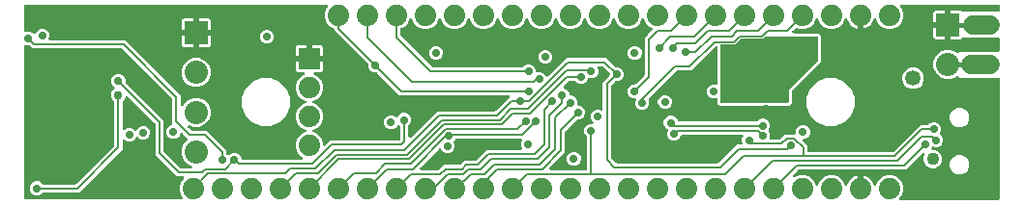
<source format=gbr>
G04 EAGLE Gerber X2 export*
%TF.Part,Single*%
%TF.FileFunction,Copper,L16,Bot,Mixed*%
%TF.FilePolarity,Positive*%
%TF.GenerationSoftware,Autodesk,EAGLE,8.7.0*%
%TF.CreationDate,2018-03-15T02:38:42Z*%
G75*
%MOMM*%
%FSLAX34Y34*%
%LPD*%
%AMOC8*
5,1,8,0,0,1.08239X$1,22.5*%
G01*
%ADD10C,1.879600*%
%ADD11R,2.032000X2.032000*%
%ADD12C,2.032000*%
%ADD13R,1.879600X1.879600*%
%ADD14C,0.711200*%
%ADD15C,0.406400*%
%ADD16C,1.676400*%
%ADD17C,0.736600*%
%ADD18C,0.203200*%
%ADD19C,1.350000*%
%ADD20C,1.106400*%
%ADD21C,0.756400*%

G36*
X857368Y2559D02*
X857368Y2559D01*
X857487Y2567D01*
X857525Y2579D01*
X857565Y2584D01*
X857676Y2628D01*
X857789Y2665D01*
X857823Y2686D01*
X857861Y2701D01*
X857957Y2771D01*
X858058Y2835D01*
X858086Y2864D01*
X858118Y2888D01*
X858194Y2980D01*
X858276Y3067D01*
X858295Y3102D01*
X858321Y3133D01*
X858372Y3240D01*
X858430Y3345D01*
X858440Y3384D01*
X858457Y3420D01*
X858479Y3538D01*
X858509Y3653D01*
X858513Y3712D01*
X858517Y3732D01*
X858515Y3753D01*
X858519Y3814D01*
X858519Y108966D01*
X858504Y109084D01*
X858497Y109203D01*
X858484Y109241D01*
X858479Y109282D01*
X858436Y109392D01*
X858399Y109505D01*
X858377Y109540D01*
X858362Y109577D01*
X858293Y109673D01*
X858229Y109774D01*
X858199Y109802D01*
X858176Y109835D01*
X858084Y109911D01*
X857997Y109992D01*
X857962Y110012D01*
X857931Y110037D01*
X857823Y110088D01*
X857719Y110146D01*
X857679Y110156D01*
X857643Y110173D01*
X857526Y110195D01*
X857411Y110225D01*
X857351Y110229D01*
X857331Y110233D01*
X857310Y110231D01*
X857250Y110235D01*
X823432Y110235D01*
X822380Y111287D01*
X822286Y111360D01*
X822196Y111439D01*
X822160Y111457D01*
X822128Y111482D01*
X822019Y111529D01*
X821913Y111584D01*
X821874Y111592D01*
X821837Y111608D01*
X821719Y111627D01*
X821603Y111653D01*
X821563Y111652D01*
X821522Y111658D01*
X821404Y111647D01*
X821285Y111644D01*
X821246Y111632D01*
X821206Y111628D01*
X821094Y111588D01*
X820979Y111555D01*
X820945Y111535D01*
X820907Y111521D01*
X820808Y111454D01*
X820706Y111394D01*
X820660Y111354D01*
X820643Y111342D01*
X820630Y111327D01*
X820585Y111287D01*
X820502Y111205D01*
X815834Y109271D01*
X810782Y109271D01*
X806114Y111205D01*
X802541Y114778D01*
X800607Y119446D01*
X800607Y124498D01*
X802541Y129166D01*
X806114Y132739D01*
X810782Y134673D01*
X815834Y134673D01*
X820502Y132739D01*
X820891Y132351D01*
X820979Y132282D01*
X821012Y132251D01*
X821020Y132247D01*
X821074Y132199D01*
X821110Y132181D01*
X821142Y132156D01*
X821251Y132109D01*
X821357Y132054D01*
X821397Y132046D01*
X821434Y132030D01*
X821552Y132011D01*
X821668Y131985D01*
X821708Y131986D01*
X821748Y131980D01*
X821867Y131991D01*
X821985Y131994D01*
X822024Y132006D01*
X822065Y132010D01*
X822177Y132050D01*
X822291Y132083D01*
X822326Y132103D01*
X822364Y132117D01*
X822462Y132184D01*
X822565Y132244D01*
X822610Y132284D01*
X822627Y132296D01*
X822640Y132311D01*
X822686Y132351D01*
X823432Y133097D01*
X857250Y133097D01*
X857368Y133112D01*
X857487Y133119D01*
X857525Y133132D01*
X857566Y133137D01*
X857676Y133180D01*
X857789Y133217D01*
X857824Y133239D01*
X857861Y133254D01*
X857957Y133323D01*
X858058Y133387D01*
X858086Y133417D01*
X858119Y133440D01*
X858195Y133532D01*
X858276Y133619D01*
X858296Y133654D01*
X858321Y133685D01*
X858372Y133793D01*
X858430Y133897D01*
X858440Y133937D01*
X858457Y133973D01*
X858479Y134090D01*
X858509Y134205D01*
X858513Y134265D01*
X858517Y134285D01*
X858515Y134306D01*
X858519Y134366D01*
X858519Y144018D01*
X858504Y144136D01*
X858497Y144255D01*
X858484Y144293D01*
X858479Y144334D01*
X858436Y144444D01*
X858399Y144557D01*
X858377Y144592D01*
X858362Y144629D01*
X858293Y144725D01*
X858229Y144826D01*
X858199Y144854D01*
X858176Y144887D01*
X858084Y144963D01*
X857997Y145044D01*
X857962Y145064D01*
X857931Y145089D01*
X857823Y145140D01*
X857719Y145198D01*
X857679Y145208D01*
X857643Y145225D01*
X857526Y145247D01*
X857411Y145277D01*
X857351Y145281D01*
X857331Y145285D01*
X857310Y145283D01*
X857250Y145287D01*
X826062Y145287D01*
X825964Y145275D01*
X825865Y145272D01*
X825807Y145255D01*
X825747Y145247D01*
X825655Y145211D01*
X825559Y145183D01*
X825507Y145153D01*
X825451Y145130D01*
X825371Y145072D01*
X825285Y145022D01*
X825210Y144956D01*
X825194Y144944D01*
X825186Y144934D01*
X825165Y144916D01*
X825028Y144779D01*
X824449Y144444D01*
X823802Y144271D01*
X815847Y144271D01*
X815847Y155702D01*
X815832Y155820D01*
X815825Y155939D01*
X815812Y155977D01*
X815807Y156017D01*
X815764Y156128D01*
X815727Y156241D01*
X815705Y156275D01*
X815690Y156313D01*
X815620Y156409D01*
X815557Y156510D01*
X815527Y156538D01*
X815503Y156570D01*
X815412Y156646D01*
X815325Y156728D01*
X815290Y156747D01*
X815259Y156773D01*
X815151Y156824D01*
X815047Y156881D01*
X815007Y156892D01*
X814971Y156909D01*
X814854Y156931D01*
X814739Y156961D01*
X814678Y156965D01*
X814658Y156969D01*
X814638Y156967D01*
X814578Y156971D01*
X813307Y156971D01*
X813307Y156973D01*
X814578Y156973D01*
X814696Y156988D01*
X814815Y156995D01*
X814853Y157008D01*
X814893Y157013D01*
X815004Y157057D01*
X815117Y157093D01*
X815152Y157115D01*
X815189Y157130D01*
X815285Y157200D01*
X815386Y157263D01*
X815414Y157293D01*
X815447Y157317D01*
X815522Y157408D01*
X815604Y157495D01*
X815624Y157530D01*
X815649Y157562D01*
X815700Y157669D01*
X815758Y157774D01*
X815768Y157813D01*
X815785Y157849D01*
X815807Y157966D01*
X815837Y158081D01*
X815841Y158142D01*
X815845Y158162D01*
X815843Y158182D01*
X815847Y158242D01*
X815847Y169673D01*
X823802Y169673D01*
X824449Y169500D01*
X825028Y169165D01*
X825544Y168649D01*
X825569Y168610D01*
X825608Y168573D01*
X825640Y168530D01*
X825723Y168464D01*
X825800Y168392D01*
X825847Y168366D01*
X825889Y168333D01*
X825986Y168289D01*
X826079Y168238D01*
X826131Y168225D01*
X826180Y168203D01*
X826284Y168185D01*
X826387Y168159D01*
X826472Y168154D01*
X826493Y168150D01*
X826509Y168151D01*
X826548Y168149D01*
X857250Y168149D01*
X857368Y168164D01*
X857487Y168171D01*
X857525Y168184D01*
X857566Y168189D01*
X857676Y168232D01*
X857789Y168269D01*
X857824Y168291D01*
X857861Y168306D01*
X857957Y168375D01*
X858058Y168439D01*
X858086Y168469D01*
X858119Y168492D01*
X858195Y168584D01*
X858276Y168671D01*
X858296Y168706D01*
X858321Y168737D01*
X858372Y168845D01*
X858430Y168949D01*
X858440Y168989D01*
X858457Y169025D01*
X858479Y169142D01*
X858509Y169257D01*
X858513Y169317D01*
X858517Y169337D01*
X858515Y169358D01*
X858519Y169418D01*
X858519Y173482D01*
X858504Y173600D01*
X858497Y173719D01*
X858484Y173757D01*
X858479Y173798D01*
X858436Y173908D01*
X858399Y174021D01*
X858377Y174056D01*
X858362Y174093D01*
X858293Y174189D01*
X858229Y174290D01*
X858199Y174318D01*
X858176Y174351D01*
X858084Y174427D01*
X857997Y174508D01*
X857962Y174528D01*
X857931Y174553D01*
X857823Y174604D01*
X857719Y174662D01*
X857679Y174672D01*
X857643Y174689D01*
X857526Y174711D01*
X857411Y174741D01*
X857351Y174745D01*
X857331Y174749D01*
X857310Y174747D01*
X857250Y174751D01*
X772297Y174751D01*
X772159Y174734D01*
X772021Y174721D01*
X772002Y174714D01*
X771981Y174711D01*
X771852Y174660D01*
X771721Y174613D01*
X771704Y174602D01*
X771686Y174594D01*
X771573Y174513D01*
X771458Y174435D01*
X771445Y174419D01*
X771428Y174408D01*
X771340Y174300D01*
X771248Y174196D01*
X771238Y174178D01*
X771226Y174163D01*
X771166Y174037D01*
X771103Y173913D01*
X771099Y173893D01*
X771090Y173875D01*
X771064Y173738D01*
X771033Y173603D01*
X771034Y173582D01*
X771030Y173563D01*
X771039Y173424D01*
X771043Y173285D01*
X771049Y173265D01*
X771050Y173245D01*
X771093Y173113D01*
X771131Y172979D01*
X771142Y172962D01*
X771148Y172943D01*
X771222Y172825D01*
X771293Y172705D01*
X771312Y172684D01*
X771318Y172674D01*
X771333Y172660D01*
X771399Y172585D01*
X772121Y171863D01*
X773939Y167475D01*
X773939Y162725D01*
X772121Y158337D01*
X768763Y154979D01*
X764375Y153161D01*
X759625Y153161D01*
X755237Y154979D01*
X751879Y158337D01*
X750437Y161819D01*
X750422Y161845D01*
X750413Y161874D01*
X750343Y161983D01*
X750279Y162096D01*
X750258Y162117D01*
X750242Y162142D01*
X750148Y162231D01*
X750058Y162324D01*
X750032Y162340D01*
X750010Y162360D01*
X749897Y162423D01*
X749787Y162490D01*
X749758Y162499D01*
X749732Y162513D01*
X749606Y162546D01*
X749483Y162584D01*
X749453Y162585D01*
X749424Y162593D01*
X749294Y162593D01*
X749165Y162599D01*
X749136Y162593D01*
X749106Y162593D01*
X748980Y162561D01*
X748854Y162535D01*
X748827Y162522D01*
X748798Y162514D01*
X748684Y162452D01*
X748568Y162395D01*
X748545Y162376D01*
X748519Y162361D01*
X748425Y162273D01*
X748326Y162189D01*
X748309Y162164D01*
X748287Y162144D01*
X748217Y162035D01*
X748143Y161929D01*
X748132Y161901D01*
X748116Y161875D01*
X748057Y161726D01*
X747664Y160517D01*
X746811Y158843D01*
X745706Y157322D01*
X744378Y155994D01*
X742857Y154889D01*
X741183Y154036D01*
X739396Y153455D01*
X739139Y153415D01*
X739139Y163830D01*
X739124Y163948D01*
X739117Y164067D01*
X739104Y164105D01*
X739099Y164145D01*
X739056Y164256D01*
X739019Y164369D01*
X738997Y164403D01*
X738982Y164441D01*
X738912Y164537D01*
X738849Y164638D01*
X738819Y164666D01*
X738795Y164698D01*
X738704Y164774D01*
X738617Y164856D01*
X738582Y164875D01*
X738551Y164901D01*
X738443Y164952D01*
X738339Y165009D01*
X738299Y165020D01*
X738263Y165037D01*
X738146Y165059D01*
X738031Y165089D01*
X737970Y165093D01*
X737950Y165097D01*
X737930Y165095D01*
X737870Y165099D01*
X735330Y165099D01*
X735212Y165084D01*
X735093Y165077D01*
X735055Y165064D01*
X735014Y165059D01*
X734904Y165015D01*
X734791Y164979D01*
X734756Y164957D01*
X734719Y164942D01*
X734623Y164872D01*
X734522Y164809D01*
X734494Y164779D01*
X734461Y164755D01*
X734386Y164664D01*
X734304Y164577D01*
X734284Y164542D01*
X734259Y164510D01*
X734208Y164403D01*
X734150Y164298D01*
X734140Y164259D01*
X734123Y164223D01*
X734101Y164106D01*
X734071Y163991D01*
X734067Y163930D01*
X734063Y163910D01*
X734065Y163890D01*
X734061Y163830D01*
X734061Y153415D01*
X733804Y153455D01*
X732017Y154036D01*
X730343Y154889D01*
X728822Y155994D01*
X727494Y157322D01*
X726389Y158843D01*
X725536Y160517D01*
X725143Y161726D01*
X725131Y161753D01*
X725124Y161782D01*
X725063Y161896D01*
X725008Y162014D01*
X724989Y162037D01*
X724975Y162063D01*
X724887Y162159D01*
X724805Y162259D01*
X724781Y162276D01*
X724761Y162298D01*
X724652Y162370D01*
X724548Y162446D01*
X724520Y162457D01*
X724495Y162473D01*
X724372Y162515D01*
X724252Y162563D01*
X724223Y162567D01*
X724194Y162576D01*
X724065Y162587D01*
X723937Y162603D01*
X723907Y162599D01*
X723877Y162601D01*
X723750Y162579D01*
X723621Y162563D01*
X723593Y162552D01*
X723564Y162547D01*
X723446Y162494D01*
X723325Y162446D01*
X723301Y162429D01*
X723274Y162416D01*
X723173Y162336D01*
X723068Y162260D01*
X723049Y162237D01*
X723026Y162218D01*
X722948Y162114D01*
X722865Y162015D01*
X722852Y161988D01*
X722834Y161964D01*
X722763Y161819D01*
X721321Y158337D01*
X717963Y154979D01*
X713575Y153161D01*
X708825Y153161D01*
X704437Y154979D01*
X701079Y158337D01*
X699673Y161732D01*
X699604Y161853D01*
X699539Y161976D01*
X699525Y161991D01*
X699515Y162008D01*
X699418Y162108D01*
X699325Y162211D01*
X699308Y162222D01*
X699294Y162237D01*
X699176Y162309D01*
X699059Y162386D01*
X699040Y162392D01*
X699023Y162403D01*
X698890Y162444D01*
X698758Y162489D01*
X698738Y162491D01*
X698719Y162497D01*
X698580Y162503D01*
X698441Y162514D01*
X698421Y162511D01*
X698401Y162512D01*
X698265Y162484D01*
X698128Y162460D01*
X698109Y162452D01*
X698090Y162448D01*
X697965Y162386D01*
X697838Y162329D01*
X697822Y162317D01*
X697804Y162308D01*
X697698Y162217D01*
X697590Y162131D01*
X697577Y162115D01*
X697562Y162101D01*
X697482Y161988D01*
X697398Y161877D01*
X697386Y161851D01*
X697379Y161841D01*
X697372Y161822D01*
X697327Y161732D01*
X695921Y158337D01*
X692563Y154979D01*
X688175Y153161D01*
X683425Y153161D01*
X681003Y154165D01*
X680974Y154172D01*
X680948Y154186D01*
X680821Y154214D01*
X680696Y154249D01*
X680666Y154249D01*
X680638Y154256D01*
X680508Y154252D01*
X680378Y154254D01*
X680349Y154247D01*
X680320Y154246D01*
X680195Y154210D01*
X680069Y154180D01*
X680043Y154166D01*
X680014Y154158D01*
X679902Y154092D01*
X679788Y154031D01*
X679766Y154011D01*
X679740Y153996D01*
X679620Y153890D01*
X677249Y151519D01*
X677164Y151410D01*
X677076Y151303D01*
X677067Y151284D01*
X677054Y151268D01*
X676999Y151140D01*
X676940Y151015D01*
X676936Y150995D01*
X676928Y150976D01*
X676906Y150838D01*
X676880Y150702D01*
X676881Y150682D01*
X676878Y150662D01*
X676891Y150523D01*
X676900Y150385D01*
X676906Y150366D01*
X676908Y150346D01*
X676955Y150214D01*
X676998Y150083D01*
X677009Y150065D01*
X677016Y150046D01*
X677094Y149931D01*
X677168Y149814D01*
X677183Y149800D01*
X677194Y149783D01*
X677298Y149691D01*
X677400Y149596D01*
X677418Y149586D01*
X677433Y149573D01*
X677557Y149509D01*
X677678Y149442D01*
X677698Y149437D01*
X677716Y149428D01*
X677852Y149398D01*
X677986Y149363D01*
X678014Y149361D01*
X678026Y149358D01*
X678047Y149359D01*
X678147Y149353D01*
X699973Y149353D01*
X702057Y147269D01*
X702057Y124003D01*
X677028Y98975D01*
X676968Y98896D01*
X676900Y98824D01*
X676871Y98771D01*
X676834Y98723D01*
X676794Y98632D01*
X676746Y98546D01*
X676731Y98487D01*
X676707Y98431D01*
X676692Y98333D01*
X676667Y98238D01*
X676661Y98138D01*
X676657Y98117D01*
X676659Y98105D01*
X676657Y98077D01*
X676657Y89429D01*
X676657Y89425D01*
X676657Y89418D01*
X676670Y87948D01*
X675631Y86909D01*
X675628Y86906D01*
X675623Y86901D01*
X674592Y85851D01*
X673121Y85851D01*
X673118Y85851D01*
X673110Y85851D01*
X617193Y85361D01*
X617100Y85348D01*
X617006Y85345D01*
X616999Y85343D01*
X615209Y85343D01*
X615205Y85343D01*
X615198Y85343D01*
X613728Y85330D01*
X612689Y86369D01*
X612686Y86372D01*
X612681Y86377D01*
X611631Y87408D01*
X611631Y88879D01*
X611631Y88883D01*
X611631Y88890D01*
X611615Y90692D01*
X611621Y90714D01*
X611628Y90826D01*
X611631Y90844D01*
X611630Y90854D01*
X611631Y90874D01*
X611631Y91018D01*
X611625Y91067D01*
X611627Y91117D01*
X611605Y91224D01*
X611591Y91334D01*
X611573Y91380D01*
X611563Y91428D01*
X611515Y91527D01*
X611474Y91629D01*
X611445Y91669D01*
X611423Y91714D01*
X611352Y91798D01*
X611288Y91887D01*
X611249Y91918D01*
X611217Y91956D01*
X611127Y92019D01*
X611043Y92089D01*
X610998Y92111D01*
X610957Y92139D01*
X610854Y92178D01*
X610755Y92225D01*
X610706Y92234D01*
X610660Y92252D01*
X610550Y92264D01*
X610443Y92285D01*
X610393Y92282D01*
X610344Y92287D01*
X610235Y92272D01*
X610125Y92265D01*
X610078Y92250D01*
X610029Y92243D01*
X609876Y92191D01*
X609289Y91947D01*
X606863Y91947D01*
X604622Y92875D01*
X602907Y94590D01*
X601979Y96831D01*
X601979Y99257D01*
X602907Y101498D01*
X604622Y103213D01*
X606863Y104141D01*
X609289Y104141D01*
X609876Y103897D01*
X609924Y103884D01*
X609969Y103863D01*
X610077Y103842D01*
X610183Y103813D01*
X610233Y103813D01*
X610282Y103803D01*
X610391Y103810D01*
X610501Y103808D01*
X610549Y103820D01*
X610599Y103823D01*
X610703Y103857D01*
X610810Y103883D01*
X610854Y103906D01*
X610901Y103921D01*
X610994Y103980D01*
X611091Y104031D01*
X611128Y104065D01*
X611170Y104091D01*
X611245Y104171D01*
X611327Y104245D01*
X611354Y104287D01*
X611388Y104323D01*
X611441Y104419D01*
X611501Y104511D01*
X611518Y104558D01*
X611542Y104601D01*
X611569Y104708D01*
X611605Y104812D01*
X611609Y104861D01*
X611621Y104909D01*
X611631Y105070D01*
X611631Y136685D01*
X611614Y136823D01*
X611601Y136961D01*
X611594Y136981D01*
X611591Y137001D01*
X611540Y137129D01*
X611493Y137261D01*
X611482Y137278D01*
X611474Y137296D01*
X611393Y137408D01*
X611315Y137524D01*
X611299Y137537D01*
X611288Y137554D01*
X611180Y137642D01*
X611076Y137734D01*
X611058Y137744D01*
X611043Y137756D01*
X610917Y137816D01*
X610793Y137879D01*
X610773Y137883D01*
X610755Y137892D01*
X610619Y137918D01*
X610483Y137949D01*
X610462Y137948D01*
X610443Y137952D01*
X610304Y137943D01*
X610165Y137939D01*
X610145Y137933D01*
X610125Y137932D01*
X609993Y137889D01*
X609859Y137851D01*
X609842Y137840D01*
X609823Y137834D01*
X609705Y137760D01*
X609585Y137689D01*
X609564Y137670D01*
X609554Y137664D01*
X609540Y137649D01*
X609465Y137583D01*
X588721Y116839D01*
X576547Y116839D01*
X576449Y116827D01*
X576350Y116824D01*
X576292Y116807D01*
X576231Y116799D01*
X576139Y116763D01*
X576044Y116735D01*
X575992Y116705D01*
X575936Y116682D01*
X575856Y116624D01*
X575770Y116574D01*
X575695Y116508D01*
X575678Y116496D01*
X575671Y116486D01*
X575649Y116468D01*
X551290Y92108D01*
X551271Y92084D01*
X551249Y92065D01*
X551174Y91959D01*
X551095Y91856D01*
X551083Y91829D01*
X551066Y91805D01*
X551020Y91684D01*
X550968Y91565D01*
X550964Y91535D01*
X550953Y91508D01*
X550939Y91379D01*
X550918Y91250D01*
X550921Y91221D01*
X550918Y91192D01*
X550936Y91063D01*
X550948Y90934D01*
X550958Y90906D01*
X550962Y90877D01*
X551014Y90724D01*
X551689Y89097D01*
X551689Y86671D01*
X550761Y84430D01*
X549046Y82715D01*
X546805Y81787D01*
X544379Y81787D01*
X542138Y82715D01*
X540423Y84430D01*
X539495Y86671D01*
X539495Y89097D01*
X539949Y90192D01*
X539962Y90240D01*
X539983Y90285D01*
X540004Y90393D01*
X540033Y90499D01*
X540034Y90549D01*
X540043Y90598D01*
X540036Y90707D01*
X540038Y90817D01*
X540026Y90865D01*
X540023Y90915D01*
X539990Y91019D01*
X539964Y91126D01*
X539941Y91170D01*
X539925Y91217D01*
X539867Y91310D01*
X539815Y91407D01*
X539782Y91444D01*
X539755Y91486D01*
X539675Y91561D01*
X539601Y91643D01*
X539560Y91670D01*
X539524Y91704D01*
X539427Y91757D01*
X539336Y91817D01*
X539289Y91834D01*
X539245Y91858D01*
X539139Y91885D01*
X539035Y91921D01*
X538985Y91925D01*
X538937Y91937D01*
X538776Y91947D01*
X537267Y91947D01*
X535026Y92875D01*
X533311Y94590D01*
X532383Y96831D01*
X532383Y99257D01*
X533311Y101498D01*
X535026Y103213D01*
X537267Y104141D01*
X539021Y104141D01*
X539119Y104153D01*
X539218Y104156D01*
X539276Y104173D01*
X539337Y104181D01*
X539429Y104217D01*
X539524Y104245D01*
X539576Y104275D01*
X539632Y104298D01*
X539712Y104356D01*
X539798Y104406D01*
X539873Y104472D01*
X539890Y104484D01*
X539897Y104494D01*
X539919Y104512D01*
X547252Y111845D01*
X547312Y111924D01*
X547380Y111996D01*
X547409Y112049D01*
X547446Y112097D01*
X547486Y112188D01*
X547534Y112274D01*
X547549Y112333D01*
X547573Y112389D01*
X547588Y112487D01*
X547613Y112582D01*
X547619Y112682D01*
X547623Y112703D01*
X547621Y112715D01*
X547623Y112743D01*
X547623Y145745D01*
X550079Y148200D01*
X554102Y152224D01*
X554133Y152263D01*
X554169Y152297D01*
X554230Y152388D01*
X554297Y152475D01*
X554317Y152521D01*
X554344Y152562D01*
X554380Y152666D01*
X554423Y152767D01*
X554431Y152816D01*
X554447Y152863D01*
X554456Y152973D01*
X554473Y153081D01*
X554469Y153131D01*
X554472Y153180D01*
X554454Y153288D01*
X554443Y153398D01*
X554427Y153445D01*
X554418Y153494D01*
X554373Y153594D01*
X554336Y153697D01*
X554308Y153738D01*
X554287Y153784D01*
X554219Y153869D01*
X554157Y153960D01*
X554120Y153993D01*
X554089Y154032D01*
X554001Y154098D01*
X553919Y154171D01*
X553874Y154193D01*
X553835Y154223D01*
X553690Y154294D01*
X552037Y154979D01*
X548679Y158337D01*
X547273Y161732D01*
X547204Y161853D01*
X547139Y161976D01*
X547125Y161991D01*
X547115Y162008D01*
X547018Y162108D01*
X546925Y162211D01*
X546908Y162222D01*
X546894Y162237D01*
X546776Y162309D01*
X546659Y162386D01*
X546640Y162392D01*
X546623Y162403D01*
X546490Y162444D01*
X546358Y162489D01*
X546338Y162491D01*
X546319Y162497D01*
X546180Y162503D01*
X546041Y162514D01*
X546021Y162511D01*
X546001Y162512D01*
X545865Y162484D01*
X545728Y162460D01*
X545709Y162452D01*
X545690Y162448D01*
X545565Y162386D01*
X545438Y162329D01*
X545422Y162317D01*
X545404Y162308D01*
X545298Y162217D01*
X545190Y162131D01*
X545177Y162115D01*
X545162Y162101D01*
X545082Y161988D01*
X544998Y161877D01*
X544986Y161851D01*
X544979Y161841D01*
X544972Y161822D01*
X544927Y161732D01*
X543521Y158337D01*
X540163Y154979D01*
X535775Y153161D01*
X531025Y153161D01*
X526637Y154979D01*
X523279Y158337D01*
X521873Y161732D01*
X521804Y161853D01*
X521739Y161976D01*
X521725Y161991D01*
X521715Y162008D01*
X521618Y162108D01*
X521525Y162211D01*
X521508Y162222D01*
X521494Y162237D01*
X521376Y162309D01*
X521259Y162386D01*
X521240Y162392D01*
X521223Y162403D01*
X521090Y162444D01*
X520958Y162489D01*
X520938Y162491D01*
X520919Y162497D01*
X520780Y162503D01*
X520641Y162514D01*
X520621Y162511D01*
X520601Y162512D01*
X520465Y162484D01*
X520328Y162460D01*
X520309Y162452D01*
X520290Y162447D01*
X520165Y162386D01*
X520038Y162329D01*
X520022Y162317D01*
X520004Y162308D01*
X519898Y162217D01*
X519790Y162131D01*
X519777Y162115D01*
X519762Y162101D01*
X519682Y161988D01*
X519598Y161877D01*
X519586Y161851D01*
X519579Y161841D01*
X519572Y161822D01*
X519527Y161732D01*
X518121Y158337D01*
X514763Y154979D01*
X510375Y153161D01*
X505625Y153161D01*
X501237Y154979D01*
X497879Y158337D01*
X496473Y161732D01*
X496404Y161853D01*
X496339Y161976D01*
X496325Y161991D01*
X496315Y162008D01*
X496218Y162108D01*
X496125Y162211D01*
X496108Y162222D01*
X496094Y162237D01*
X495976Y162309D01*
X495859Y162386D01*
X495840Y162392D01*
X495823Y162403D01*
X495690Y162444D01*
X495558Y162489D01*
X495538Y162491D01*
X495519Y162497D01*
X495380Y162503D01*
X495241Y162514D01*
X495221Y162511D01*
X495201Y162512D01*
X495065Y162484D01*
X494928Y162460D01*
X494909Y162452D01*
X494890Y162447D01*
X494765Y162386D01*
X494638Y162329D01*
X494622Y162317D01*
X494604Y162308D01*
X494498Y162217D01*
X494390Y162131D01*
X494377Y162115D01*
X494362Y162101D01*
X494282Y161988D01*
X494198Y161877D01*
X494186Y161851D01*
X494179Y161841D01*
X494172Y161822D01*
X494127Y161732D01*
X492721Y158337D01*
X489363Y154979D01*
X484975Y153161D01*
X480225Y153161D01*
X475837Y154979D01*
X472479Y158337D01*
X471073Y161732D01*
X471004Y161853D01*
X470939Y161976D01*
X470925Y161991D01*
X470915Y162008D01*
X470818Y162108D01*
X470725Y162211D01*
X470708Y162222D01*
X470694Y162237D01*
X470576Y162309D01*
X470459Y162386D01*
X470440Y162392D01*
X470423Y162403D01*
X470290Y162444D01*
X470158Y162489D01*
X470138Y162491D01*
X470119Y162497D01*
X469980Y162503D01*
X469841Y162514D01*
X469821Y162511D01*
X469801Y162512D01*
X469665Y162484D01*
X469528Y162460D01*
X469509Y162452D01*
X469490Y162447D01*
X469365Y162386D01*
X469238Y162329D01*
X469222Y162317D01*
X469204Y162308D01*
X469098Y162217D01*
X468990Y162131D01*
X468977Y162115D01*
X468962Y162101D01*
X468882Y161988D01*
X468798Y161877D01*
X468786Y161851D01*
X468779Y161841D01*
X468772Y161822D01*
X468727Y161732D01*
X467321Y158337D01*
X463963Y154979D01*
X459575Y153161D01*
X454825Y153161D01*
X450437Y154979D01*
X447079Y158337D01*
X445673Y161732D01*
X445604Y161853D01*
X445539Y161976D01*
X445525Y161991D01*
X445515Y162008D01*
X445418Y162108D01*
X445325Y162211D01*
X445308Y162222D01*
X445294Y162237D01*
X445176Y162309D01*
X445059Y162386D01*
X445040Y162392D01*
X445023Y162403D01*
X444890Y162444D01*
X444758Y162489D01*
X444738Y162491D01*
X444719Y162497D01*
X444580Y162503D01*
X444441Y162514D01*
X444421Y162511D01*
X444401Y162512D01*
X444265Y162484D01*
X444128Y162460D01*
X444109Y162452D01*
X444090Y162447D01*
X443965Y162386D01*
X443838Y162329D01*
X443822Y162317D01*
X443804Y162308D01*
X443698Y162217D01*
X443590Y162131D01*
X443577Y162115D01*
X443562Y162101D01*
X443482Y161988D01*
X443398Y161877D01*
X443386Y161851D01*
X443379Y161841D01*
X443372Y161822D01*
X443327Y161732D01*
X441921Y158337D01*
X438563Y154979D01*
X434175Y153161D01*
X429425Y153161D01*
X425037Y154979D01*
X421679Y158337D01*
X420273Y161732D01*
X420204Y161853D01*
X420139Y161976D01*
X420125Y161991D01*
X420115Y162008D01*
X420018Y162108D01*
X419925Y162211D01*
X419908Y162222D01*
X419894Y162237D01*
X419776Y162309D01*
X419659Y162386D01*
X419640Y162392D01*
X419623Y162403D01*
X419490Y162444D01*
X419358Y162489D01*
X419338Y162491D01*
X419319Y162497D01*
X419180Y162503D01*
X419041Y162514D01*
X419021Y162511D01*
X419001Y162512D01*
X418865Y162484D01*
X418728Y162460D01*
X418709Y162452D01*
X418690Y162447D01*
X418565Y162386D01*
X418438Y162329D01*
X418422Y162317D01*
X418404Y162308D01*
X418298Y162217D01*
X418190Y162131D01*
X418177Y162115D01*
X418162Y162101D01*
X418082Y161988D01*
X417998Y161877D01*
X417986Y161851D01*
X417979Y161841D01*
X417972Y161822D01*
X417927Y161732D01*
X416521Y158337D01*
X413163Y154979D01*
X408775Y153161D01*
X404025Y153161D01*
X399637Y154979D01*
X396279Y158337D01*
X394873Y161732D01*
X394804Y161853D01*
X394739Y161976D01*
X394725Y161991D01*
X394715Y162008D01*
X394618Y162108D01*
X394525Y162211D01*
X394508Y162222D01*
X394494Y162237D01*
X394376Y162309D01*
X394259Y162386D01*
X394240Y162392D01*
X394223Y162403D01*
X394090Y162444D01*
X393958Y162489D01*
X393938Y162491D01*
X393919Y162497D01*
X393780Y162503D01*
X393641Y162514D01*
X393621Y162511D01*
X393601Y162512D01*
X393465Y162484D01*
X393328Y162460D01*
X393309Y162452D01*
X393290Y162447D01*
X393165Y162386D01*
X393038Y162329D01*
X393022Y162317D01*
X393004Y162308D01*
X392898Y162217D01*
X392790Y162131D01*
X392777Y162115D01*
X392762Y162101D01*
X392682Y161988D01*
X392598Y161877D01*
X392586Y161851D01*
X392579Y161841D01*
X392572Y161822D01*
X392527Y161732D01*
X391121Y158337D01*
X387763Y154979D01*
X383375Y153161D01*
X378625Y153161D01*
X374237Y154979D01*
X370879Y158337D01*
X369473Y161732D01*
X369404Y161853D01*
X369339Y161976D01*
X369325Y161991D01*
X369315Y162008D01*
X369218Y162108D01*
X369125Y162211D01*
X369108Y162222D01*
X369094Y162237D01*
X368976Y162309D01*
X368859Y162386D01*
X368840Y162392D01*
X368823Y162403D01*
X368690Y162444D01*
X368558Y162489D01*
X368538Y162491D01*
X368519Y162497D01*
X368380Y162503D01*
X368241Y162514D01*
X368221Y162511D01*
X368201Y162512D01*
X368065Y162484D01*
X367928Y162460D01*
X367909Y162452D01*
X367890Y162447D01*
X367765Y162386D01*
X367638Y162329D01*
X367622Y162317D01*
X367604Y162308D01*
X367498Y162217D01*
X367390Y162131D01*
X367377Y162115D01*
X367362Y162101D01*
X367282Y161988D01*
X367198Y161877D01*
X367186Y161851D01*
X367179Y161841D01*
X367172Y161822D01*
X367127Y161732D01*
X365721Y158337D01*
X362363Y154979D01*
X357975Y153161D01*
X353225Y153161D01*
X348837Y154979D01*
X345479Y158337D01*
X344073Y161732D01*
X344004Y161853D01*
X343939Y161976D01*
X343925Y161991D01*
X343915Y162008D01*
X343818Y162108D01*
X343725Y162211D01*
X343708Y162222D01*
X343694Y162237D01*
X343576Y162309D01*
X343459Y162386D01*
X343440Y162392D01*
X343423Y162403D01*
X343290Y162444D01*
X343158Y162489D01*
X343138Y162491D01*
X343119Y162497D01*
X342980Y162503D01*
X342841Y162514D01*
X342821Y162511D01*
X342801Y162512D01*
X342665Y162484D01*
X342528Y162460D01*
X342509Y162452D01*
X342490Y162447D01*
X342365Y162386D01*
X342238Y162329D01*
X342222Y162317D01*
X342204Y162308D01*
X342098Y162217D01*
X341990Y162131D01*
X341977Y162115D01*
X341962Y162101D01*
X341882Y161988D01*
X341798Y161877D01*
X341786Y161851D01*
X341779Y161841D01*
X341772Y161822D01*
X341727Y161732D01*
X340321Y158337D01*
X336963Y154979D01*
X334540Y153975D01*
X334515Y153961D01*
X334487Y153952D01*
X334377Y153882D01*
X334264Y153818D01*
X334243Y153797D01*
X334218Y153782D01*
X334129Y153687D01*
X334036Y153597D01*
X334020Y153571D01*
X334000Y153550D01*
X333937Y153436D01*
X333869Y153325D01*
X333861Y153297D01*
X333846Y153271D01*
X333814Y153146D01*
X333776Y153022D01*
X333774Y152992D01*
X333767Y152963D01*
X333757Y152803D01*
X333757Y147795D01*
X333769Y147697D01*
X333772Y147598D01*
X333789Y147540D01*
X333797Y147479D01*
X333833Y147387D01*
X333861Y147292D01*
X333891Y147240D01*
X333914Y147184D01*
X333972Y147104D01*
X334022Y147018D01*
X334088Y146943D01*
X334100Y146926D01*
X334110Y146919D01*
X334128Y146897D01*
X361273Y119752D01*
X361352Y119692D01*
X361424Y119624D01*
X361477Y119595D01*
X361525Y119558D01*
X361616Y119518D01*
X361702Y119470D01*
X361761Y119455D01*
X361817Y119431D01*
X361915Y119416D01*
X362010Y119391D01*
X362110Y119385D01*
X362131Y119381D01*
X362143Y119383D01*
X362171Y119381D01*
X440433Y119381D01*
X440531Y119393D01*
X440630Y119396D01*
X440688Y119413D01*
X440748Y119421D01*
X440841Y119457D01*
X440936Y119485D01*
X440988Y119515D01*
X441044Y119538D01*
X441124Y119596D01*
X441210Y119646D01*
X441285Y119712D01*
X441301Y119724D01*
X441309Y119734D01*
X441330Y119752D01*
X442570Y120993D01*
X444811Y121921D01*
X447237Y121921D01*
X449478Y120993D01*
X451193Y119278D01*
X452121Y117037D01*
X452121Y116246D01*
X452127Y116197D01*
X452125Y116147D01*
X452147Y116040D01*
X452161Y115930D01*
X452179Y115884D01*
X452189Y115836D01*
X452237Y115737D01*
X452278Y115635D01*
X452307Y115595D01*
X452329Y115550D01*
X452400Y115466D01*
X452464Y115377D01*
X452503Y115346D01*
X452535Y115308D01*
X452625Y115245D01*
X452709Y115175D01*
X452754Y115153D01*
X452795Y115125D01*
X452898Y115086D01*
X452997Y115039D01*
X453046Y115030D01*
X453092Y115012D01*
X453202Y115000D01*
X453309Y114979D01*
X453359Y114982D01*
X453408Y114977D01*
X453517Y114992D01*
X453627Y114999D01*
X453674Y115014D01*
X453723Y115021D01*
X453876Y115073D01*
X454463Y115317D01*
X456889Y115317D01*
X459130Y114389D01*
X460845Y112674D01*
X461118Y112014D01*
X461142Y111971D01*
X461159Y111924D01*
X461221Y111833D01*
X461275Y111737D01*
X461310Y111702D01*
X461338Y111661D01*
X461420Y111588D01*
X461497Y111509D01*
X461539Y111483D01*
X461576Y111450D01*
X461674Y111400D01*
X461768Y111343D01*
X461815Y111328D01*
X461860Y111306D01*
X461967Y111282D01*
X462072Y111249D01*
X462121Y111247D01*
X462170Y111236D01*
X462280Y111239D01*
X462389Y111234D01*
X462438Y111244D01*
X462488Y111246D01*
X462593Y111276D01*
X462701Y111298D01*
X462746Y111320D01*
X462793Y111334D01*
X462888Y111390D01*
X462987Y111438D01*
X463024Y111470D01*
X463067Y111496D01*
X463188Y111602D01*
X476640Y125053D01*
X476640Y125054D01*
X479095Y127509D01*
X514045Y127509D01*
X521801Y119752D01*
X521880Y119692D01*
X521952Y119624D01*
X522005Y119595D01*
X522053Y119558D01*
X522144Y119518D01*
X522230Y119470D01*
X522289Y119455D01*
X522345Y119431D01*
X522443Y119416D01*
X522538Y119391D01*
X522638Y119385D01*
X522659Y119381D01*
X522671Y119383D01*
X522699Y119381D01*
X524453Y119381D01*
X526694Y118453D01*
X528409Y116738D01*
X529337Y114497D01*
X529337Y112071D01*
X528409Y109830D01*
X526694Y108115D01*
X524453Y107187D01*
X522699Y107187D01*
X522601Y107175D01*
X522502Y107172D01*
X522444Y107155D01*
X522383Y107147D01*
X522291Y107111D01*
X522196Y107083D01*
X522144Y107053D01*
X522088Y107030D01*
X522008Y106972D01*
X521922Y106922D01*
X521847Y106856D01*
X521830Y106844D01*
X521823Y106834D01*
X521801Y106816D01*
X518532Y103547D01*
X518472Y103468D01*
X518404Y103396D01*
X518375Y103343D01*
X518338Y103295D01*
X518298Y103204D01*
X518250Y103118D01*
X518235Y103059D01*
X518211Y103003D01*
X518196Y102905D01*
X518171Y102810D01*
X518165Y102710D01*
X518161Y102689D01*
X518163Y102677D01*
X518161Y102649D01*
X518161Y40099D01*
X518173Y40001D01*
X518176Y39902D01*
X518193Y39844D01*
X518201Y39783D01*
X518237Y39691D01*
X518265Y39596D01*
X518295Y39544D01*
X518318Y39488D01*
X518376Y39408D01*
X518426Y39322D01*
X518492Y39247D01*
X518504Y39230D01*
X518514Y39223D01*
X518532Y39201D01*
X522309Y35424D01*
X522388Y35364D01*
X522460Y35296D01*
X522513Y35267D01*
X522561Y35230D01*
X522652Y35190D01*
X522738Y35142D01*
X522797Y35127D01*
X522853Y35103D01*
X522951Y35088D01*
X523046Y35063D01*
X523146Y35057D01*
X523167Y35053D01*
X523179Y35055D01*
X523207Y35053D01*
X611665Y35053D01*
X611763Y35065D01*
X611862Y35068D01*
X611920Y35085D01*
X611981Y35093D01*
X612073Y35129D01*
X612168Y35157D01*
X612220Y35187D01*
X612276Y35210D01*
X612356Y35268D01*
X612442Y35318D01*
X612517Y35384D01*
X612534Y35396D01*
X612541Y35406D01*
X612563Y35424D01*
X628447Y51309D01*
X632038Y51309D01*
X632087Y51315D01*
X632137Y51313D01*
X632244Y51335D01*
X632354Y51349D01*
X632400Y51367D01*
X632448Y51377D01*
X632547Y51425D01*
X632649Y51466D01*
X632689Y51495D01*
X632734Y51517D01*
X632818Y51588D01*
X632907Y51652D01*
X632938Y51691D01*
X632976Y51723D01*
X633039Y51813D01*
X633109Y51897D01*
X633131Y51942D01*
X633159Y51983D01*
X633198Y52086D01*
X633245Y52185D01*
X633254Y52234D01*
X633272Y52280D01*
X633284Y52390D01*
X633305Y52497D01*
X633302Y52547D01*
X633307Y52596D01*
X633292Y52705D01*
X633285Y52815D01*
X633270Y52862D01*
X633263Y52911D01*
X633211Y53064D01*
X632967Y53651D01*
X632967Y56077D01*
X633842Y58188D01*
X633855Y58236D01*
X633876Y58281D01*
X633897Y58389D01*
X633926Y58495D01*
X633927Y58545D01*
X633936Y58594D01*
X633929Y58703D01*
X633931Y58813D01*
X633919Y58861D01*
X633916Y58911D01*
X633882Y59015D01*
X633857Y59122D01*
X633834Y59166D01*
X633818Y59213D01*
X633759Y59306D01*
X633708Y59403D01*
X633675Y59440D01*
X633648Y59482D01*
X633568Y59557D01*
X633494Y59639D01*
X633453Y59666D01*
X633416Y59700D01*
X633320Y59753D01*
X633228Y59813D01*
X633181Y59830D01*
X633138Y59854D01*
X633032Y59881D01*
X632928Y59917D01*
X632878Y59921D01*
X632830Y59933D01*
X632669Y59943D01*
X580558Y59943D01*
X580529Y59940D01*
X580499Y59942D01*
X580371Y59920D01*
X580242Y59903D01*
X580215Y59893D01*
X580186Y59888D01*
X580067Y59834D01*
X579947Y59786D01*
X579923Y59769D01*
X579896Y59757D01*
X579795Y59676D01*
X579689Y59600D01*
X579671Y59577D01*
X579648Y59558D01*
X579569Y59455D01*
X579487Y59355D01*
X579474Y59328D01*
X579456Y59304D01*
X579385Y59160D01*
X578701Y57506D01*
X576986Y55791D01*
X574745Y54863D01*
X572319Y54863D01*
X570078Y55791D01*
X568363Y57506D01*
X567435Y59747D01*
X567435Y62173D01*
X568047Y63649D01*
X568078Y63764D01*
X568117Y63876D01*
X568120Y63916D01*
X568131Y63955D01*
X568132Y64075D01*
X568142Y64193D01*
X568135Y64233D01*
X568136Y64273D01*
X568108Y64389D01*
X568088Y64506D01*
X568071Y64543D01*
X568061Y64583D01*
X568006Y64688D01*
X567957Y64796D01*
X567932Y64828D01*
X567913Y64864D01*
X567833Y64952D01*
X567758Y65045D01*
X567726Y65069D01*
X567699Y65099D01*
X567599Y65164D01*
X567504Y65236D01*
X567450Y65263D01*
X567433Y65274D01*
X567414Y65281D01*
X567360Y65307D01*
X567030Y65443D01*
X565315Y67158D01*
X564387Y69399D01*
X564387Y71825D01*
X565315Y74066D01*
X567030Y75781D01*
X569271Y76709D01*
X571697Y76709D01*
X573938Y75781D01*
X575653Y74066D01*
X576337Y72412D01*
X576352Y72387D01*
X576361Y72359D01*
X576431Y72249D01*
X576495Y72136D01*
X576515Y72115D01*
X576531Y72090D01*
X576626Y72001D01*
X576716Y71908D01*
X576741Y71892D01*
X576763Y71872D01*
X576877Y71809D01*
X576987Y71741D01*
X577016Y71733D01*
X577041Y71718D01*
X577167Y71686D01*
X577291Y71648D01*
X577321Y71646D01*
X577349Y71639D01*
X577510Y71629D01*
X645665Y71629D01*
X645763Y71641D01*
X645862Y71644D01*
X645920Y71661D01*
X645980Y71669D01*
X646073Y71705D01*
X646168Y71733D01*
X646220Y71763D01*
X646276Y71786D01*
X646356Y71844D01*
X646442Y71894D01*
X646517Y71960D01*
X646533Y71972D01*
X646541Y71982D01*
X646562Y72000D01*
X647802Y73241D01*
X650043Y74169D01*
X652469Y74169D01*
X654710Y73241D01*
X656425Y71526D01*
X657353Y69285D01*
X657353Y66859D01*
X656416Y64598D01*
X656385Y64557D01*
X656306Y64468D01*
X656287Y64432D01*
X656263Y64400D01*
X656215Y64291D01*
X656161Y64185D01*
X656152Y64145D01*
X656136Y64108D01*
X656118Y63991D01*
X656092Y63874D01*
X656093Y63834D01*
X656086Y63794D01*
X656098Y63676D01*
X656101Y63557D01*
X656112Y63518D01*
X656116Y63478D01*
X656157Y63366D01*
X656190Y63251D01*
X656210Y63216D01*
X656224Y63178D01*
X656291Y63080D01*
X656351Y62977D01*
X656391Y62932D01*
X656402Y62915D01*
X656418Y62902D01*
X656421Y62898D01*
X657353Y60649D01*
X657353Y58223D01*
X657109Y57636D01*
X657096Y57588D01*
X657075Y57543D01*
X657054Y57435D01*
X657025Y57329D01*
X657025Y57279D01*
X657015Y57230D01*
X657022Y57121D01*
X657020Y57011D01*
X657032Y56963D01*
X657035Y56913D01*
X657069Y56809D01*
X657095Y56702D01*
X657118Y56658D01*
X657133Y56611D01*
X657192Y56518D01*
X657243Y56421D01*
X657277Y56384D01*
X657303Y56342D01*
X657383Y56267D01*
X657457Y56185D01*
X657499Y56158D01*
X657535Y56124D01*
X657631Y56071D01*
X657723Y56011D01*
X657770Y55994D01*
X657813Y55970D01*
X657920Y55943D01*
X658024Y55907D01*
X658073Y55903D01*
X658121Y55891D01*
X658282Y55881D01*
X665513Y55881D01*
X665611Y55893D01*
X665710Y55896D01*
X665768Y55913D01*
X665829Y55921D01*
X665921Y55957D01*
X666016Y55985D01*
X666068Y56015D01*
X666124Y56038D01*
X666204Y56096D01*
X666290Y56146D01*
X666365Y56212D01*
X666382Y56224D01*
X666389Y56234D01*
X666411Y56252D01*
X670611Y60453D01*
X678942Y60453D01*
X679060Y60468D01*
X679179Y60475D01*
X679217Y60488D01*
X679258Y60493D01*
X679368Y60536D01*
X679481Y60573D01*
X679516Y60595D01*
X679553Y60610D01*
X679649Y60679D01*
X679750Y60743D01*
X679778Y60773D01*
X679811Y60796D01*
X679887Y60888D01*
X679968Y60975D01*
X679988Y61010D01*
X680013Y61041D01*
X680064Y61149D01*
X680122Y61253D01*
X680132Y61293D01*
X680149Y61329D01*
X680171Y61446D01*
X680201Y61561D01*
X680205Y61621D01*
X680209Y61641D01*
X680207Y61662D01*
X680211Y61722D01*
X680211Y63697D01*
X681139Y65938D01*
X682854Y67653D01*
X685095Y68581D01*
X687521Y68581D01*
X689762Y67653D01*
X691477Y65938D01*
X692405Y63697D01*
X692405Y61271D01*
X691477Y59030D01*
X689762Y57315D01*
X687521Y56387D01*
X687291Y56387D01*
X687153Y56370D01*
X687015Y56357D01*
X686995Y56350D01*
X686975Y56347D01*
X686846Y56296D01*
X686715Y56249D01*
X686698Y56238D01*
X686680Y56230D01*
X686567Y56149D01*
X686452Y56071D01*
X686439Y56055D01*
X686422Y56044D01*
X686334Y55936D01*
X686242Y55832D01*
X686232Y55814D01*
X686220Y55799D01*
X686160Y55673D01*
X686097Y55549D01*
X686093Y55529D01*
X686084Y55511D01*
X686058Y55375D01*
X686027Y55239D01*
X686028Y55218D01*
X686024Y55199D01*
X686033Y55060D01*
X686037Y54921D01*
X686043Y54901D01*
X686044Y54881D01*
X686087Y54749D01*
X686125Y54615D01*
X686136Y54598D01*
X686142Y54579D01*
X686217Y54461D01*
X686287Y54341D01*
X686306Y54320D01*
X686312Y54310D01*
X686327Y54296D01*
X686393Y54221D01*
X690173Y50441D01*
X690173Y45974D01*
X690188Y45856D01*
X690195Y45737D01*
X690208Y45699D01*
X690213Y45658D01*
X690257Y45548D01*
X690293Y45435D01*
X690315Y45400D01*
X690330Y45363D01*
X690400Y45267D01*
X690463Y45166D01*
X690493Y45138D01*
X690517Y45105D01*
X690608Y45029D01*
X690695Y44948D01*
X690730Y44928D01*
X690762Y44903D01*
X690869Y44852D01*
X690974Y44794D01*
X691013Y44784D01*
X691049Y44767D01*
X691166Y44745D01*
X691282Y44715D01*
X691342Y44711D01*
X691362Y44707D01*
X691382Y44709D01*
X691442Y44705D01*
X764573Y44705D01*
X764671Y44717D01*
X764770Y44720D01*
X764828Y44737D01*
X764889Y44745D01*
X764981Y44781D01*
X765076Y44809D01*
X765128Y44839D01*
X765184Y44862D01*
X765264Y44920D01*
X765350Y44970D01*
X765425Y45036D01*
X765442Y45048D01*
X765449Y45058D01*
X765471Y45076D01*
X788975Y68581D01*
X795525Y68581D01*
X795623Y68593D01*
X795722Y68596D01*
X795780Y68613D01*
X795840Y68621D01*
X795933Y68657D01*
X796028Y68685D01*
X796080Y68715D01*
X796136Y68738D01*
X796216Y68796D01*
X796302Y68846D01*
X796377Y68912D01*
X796393Y68924D01*
X796401Y68934D01*
X796422Y68952D01*
X797662Y70193D01*
X799903Y71121D01*
X802329Y71121D01*
X804570Y70193D01*
X806285Y68478D01*
X807213Y66237D01*
X807213Y63811D01*
X806252Y61491D01*
X806244Y61462D01*
X806230Y61436D01*
X806202Y61309D01*
X806168Y61184D01*
X806167Y61154D01*
X806161Y61126D01*
X806165Y60996D01*
X806163Y60866D01*
X806169Y60837D01*
X806170Y60808D01*
X806206Y60683D01*
X806237Y60557D01*
X806251Y60530D01*
X806259Y60502D01*
X806325Y60391D01*
X806385Y60276D01*
X806405Y60254D01*
X806420Y60228D01*
X806527Y60107D01*
X807809Y58826D01*
X808737Y56585D01*
X808737Y54159D01*
X807809Y51918D01*
X806094Y50203D01*
X803853Y49275D01*
X801427Y49275D01*
X800744Y49558D01*
X800629Y49590D01*
X800517Y49628D01*
X800476Y49632D01*
X800437Y49642D01*
X800319Y49644D01*
X800200Y49654D01*
X800160Y49647D01*
X800119Y49647D01*
X800004Y49620D01*
X799886Y49599D01*
X799849Y49583D01*
X799810Y49573D01*
X799705Y49517D01*
X799596Y49469D01*
X799565Y49443D01*
X799529Y49424D01*
X799441Y49344D01*
X799348Y49270D01*
X799324Y49238D01*
X799294Y49210D01*
X799228Y49111D01*
X799157Y49016D01*
X799130Y48962D01*
X799119Y48945D01*
X799112Y48926D01*
X799086Y48871D01*
X798905Y48436D01*
X798892Y48388D01*
X798871Y48343D01*
X798850Y48235D01*
X798821Y48129D01*
X798821Y48079D01*
X798811Y48030D01*
X798818Y47921D01*
X798816Y47811D01*
X798828Y47763D01*
X798831Y47713D01*
X798865Y47609D01*
X798890Y47502D01*
X798914Y47458D01*
X798929Y47411D01*
X798988Y47318D01*
X799039Y47221D01*
X799073Y47184D01*
X799099Y47142D01*
X799179Y47066D01*
X799253Y46985D01*
X799295Y46958D01*
X799331Y46924D01*
X799427Y46871D01*
X799519Y46811D01*
X799566Y46794D01*
X799609Y46770D01*
X799716Y46743D01*
X799820Y46707D01*
X799869Y46703D01*
X799917Y46691D01*
X800078Y46681D01*
X801706Y46681D01*
X804673Y45452D01*
X806944Y43181D01*
X808173Y40214D01*
X808173Y37002D01*
X806944Y34035D01*
X804673Y31764D01*
X801706Y30535D01*
X798494Y30535D01*
X795527Y31764D01*
X793256Y34035D01*
X792027Y37002D01*
X792027Y40214D01*
X792835Y42164D01*
X792853Y42231D01*
X792881Y42295D01*
X792895Y42384D01*
X792919Y42470D01*
X792920Y42540D01*
X792931Y42609D01*
X792922Y42699D01*
X792924Y42788D01*
X792908Y42856D01*
X792901Y42926D01*
X792871Y43010D01*
X792850Y43098D01*
X792817Y43159D01*
X792794Y43225D01*
X792743Y43299D01*
X792701Y43379D01*
X792654Y43430D01*
X792615Y43488D01*
X792547Y43548D01*
X792487Y43614D01*
X792429Y43652D01*
X792376Y43699D01*
X792297Y43739D01*
X792221Y43789D01*
X792155Y43812D01*
X792093Y43843D01*
X792006Y43863D01*
X791921Y43892D01*
X791851Y43898D01*
X791783Y43913D01*
X791693Y43910D01*
X791604Y43917D01*
X791535Y43905D01*
X791465Y43903D01*
X791379Y43878D01*
X791290Y43863D01*
X791227Y43834D01*
X791160Y43815D01*
X791082Y43769D01*
X791000Y43732D01*
X790946Y43689D01*
X790886Y43653D01*
X790765Y43547D01*
X776681Y29463D01*
X682719Y29463D01*
X682621Y29451D01*
X682522Y29448D01*
X682464Y29431D01*
X682403Y29423D01*
X682311Y29387D01*
X682216Y29359D01*
X682164Y29329D01*
X682108Y29306D01*
X682028Y29248D01*
X681942Y29198D01*
X681867Y29132D01*
X681850Y29120D01*
X681843Y29110D01*
X681821Y29092D01*
X677598Y24868D01*
X677555Y24813D01*
X677505Y24764D01*
X677458Y24688D01*
X677403Y24617D01*
X677375Y24553D01*
X677339Y24493D01*
X677313Y24408D01*
X677277Y24325D01*
X677266Y24256D01*
X677245Y24189D01*
X677241Y24100D01*
X677227Y24011D01*
X677234Y23941D01*
X677230Y23872D01*
X677248Y23784D01*
X677257Y23694D01*
X677280Y23629D01*
X677294Y23560D01*
X677334Y23479D01*
X677364Y23395D01*
X677404Y23337D01*
X677434Y23275D01*
X677493Y23206D01*
X677543Y23132D01*
X677595Y23086D01*
X677641Y23033D01*
X677714Y22981D01*
X677781Y22921D01*
X677844Y22890D01*
X677901Y22849D01*
X677985Y22818D01*
X678065Y22777D01*
X678133Y22762D01*
X678198Y22737D01*
X678287Y22727D01*
X678375Y22707D01*
X678445Y22709D01*
X678514Y22702D01*
X678603Y22714D01*
X678693Y22717D01*
X678760Y22736D01*
X678829Y22746D01*
X678981Y22798D01*
X683425Y24639D01*
X688175Y24639D01*
X692563Y22821D01*
X695921Y19463D01*
X697327Y16068D01*
X697396Y15947D01*
X697461Y15824D01*
X697475Y15809D01*
X697485Y15792D01*
X697582Y15692D01*
X697675Y15589D01*
X697692Y15578D01*
X697706Y15563D01*
X697824Y15491D01*
X697941Y15414D01*
X697960Y15408D01*
X697977Y15397D01*
X698110Y15356D01*
X698242Y15311D01*
X698262Y15309D01*
X698281Y15303D01*
X698420Y15297D01*
X698559Y15286D01*
X698579Y15289D01*
X698599Y15288D01*
X698735Y15316D01*
X698872Y15340D01*
X698891Y15348D01*
X698910Y15352D01*
X699035Y15414D01*
X699162Y15471D01*
X699178Y15483D01*
X699196Y15492D01*
X699302Y15583D01*
X699410Y15669D01*
X699423Y15685D01*
X699438Y15699D01*
X699518Y15812D01*
X699602Y15923D01*
X699614Y15949D01*
X699621Y15959D01*
X699628Y15978D01*
X699673Y16068D01*
X701079Y19463D01*
X704437Y22821D01*
X708825Y24639D01*
X713575Y24639D01*
X717963Y22821D01*
X721321Y19463D01*
X722763Y15981D01*
X722770Y15970D01*
X722771Y15967D01*
X722778Y15956D01*
X722778Y15955D01*
X722787Y15926D01*
X722857Y15817D01*
X722921Y15704D01*
X722942Y15683D01*
X722958Y15658D01*
X723052Y15569D01*
X723142Y15476D01*
X723168Y15460D01*
X723190Y15440D01*
X723303Y15377D01*
X723413Y15310D01*
X723442Y15301D01*
X723468Y15287D01*
X723594Y15254D01*
X723717Y15216D01*
X723747Y15215D01*
X723776Y15207D01*
X723906Y15207D01*
X724035Y15201D01*
X724064Y15207D01*
X724094Y15207D01*
X724220Y15239D01*
X724346Y15265D01*
X724373Y15278D01*
X724402Y15286D01*
X724516Y15348D01*
X724632Y15405D01*
X724655Y15424D01*
X724681Y15439D01*
X724775Y15527D01*
X724874Y15611D01*
X724891Y15636D01*
X724913Y15656D01*
X724983Y15765D01*
X725057Y15871D01*
X725068Y15899D01*
X725084Y15925D01*
X725143Y16074D01*
X725536Y17283D01*
X726389Y18957D01*
X727494Y20478D01*
X728822Y21806D01*
X730343Y22911D01*
X732017Y23764D01*
X733804Y24345D01*
X734061Y24385D01*
X734061Y13970D01*
X734076Y13852D01*
X734083Y13733D01*
X734096Y13695D01*
X734101Y13655D01*
X734144Y13544D01*
X734181Y13431D01*
X734203Y13397D01*
X734218Y13359D01*
X734288Y13263D01*
X734351Y13162D01*
X734381Y13134D01*
X734404Y13102D01*
X734496Y13026D01*
X734583Y12944D01*
X734618Y12925D01*
X734649Y12899D01*
X734757Y12848D01*
X734861Y12791D01*
X734901Y12780D01*
X734937Y12763D01*
X735054Y12741D01*
X735169Y12711D01*
X735230Y12707D01*
X735250Y12703D01*
X735270Y12705D01*
X735330Y12701D01*
X737870Y12701D01*
X737988Y12716D01*
X738107Y12723D01*
X738145Y12736D01*
X738185Y12741D01*
X738296Y12785D01*
X738409Y12821D01*
X738444Y12843D01*
X738481Y12858D01*
X738577Y12928D01*
X738678Y12991D01*
X738706Y13021D01*
X738739Y13045D01*
X738814Y13136D01*
X738896Y13223D01*
X738916Y13258D01*
X738941Y13290D01*
X738992Y13397D01*
X739050Y13502D01*
X739060Y13541D01*
X739077Y13577D01*
X739099Y13694D01*
X739129Y13809D01*
X739133Y13870D01*
X739137Y13890D01*
X739135Y13910D01*
X739139Y13970D01*
X739139Y24385D01*
X739396Y24345D01*
X741183Y23764D01*
X742857Y22911D01*
X744378Y21806D01*
X745706Y20478D01*
X746811Y18957D01*
X747664Y17283D01*
X748057Y16074D01*
X748069Y16047D01*
X748076Y16018D01*
X748100Y15974D01*
X748102Y15967D01*
X748111Y15952D01*
X748137Y15903D01*
X748192Y15786D01*
X748211Y15763D01*
X748225Y15737D01*
X748312Y15641D01*
X748395Y15541D01*
X748419Y15524D01*
X748439Y15502D01*
X748547Y15431D01*
X748652Y15354D01*
X748680Y15343D01*
X748705Y15327D01*
X748827Y15285D01*
X748948Y15237D01*
X748977Y15233D01*
X749006Y15224D01*
X749135Y15213D01*
X749263Y15197D01*
X749293Y15201D01*
X749323Y15199D01*
X749450Y15221D01*
X749579Y15237D01*
X749607Y15248D01*
X749636Y15253D01*
X749754Y15306D01*
X749875Y15354D01*
X749899Y15371D01*
X749926Y15384D01*
X750027Y15464D01*
X750132Y15540D01*
X750151Y15563D01*
X750174Y15582D01*
X750252Y15686D01*
X750335Y15785D01*
X750348Y15812D01*
X750366Y15836D01*
X750437Y15981D01*
X751879Y19463D01*
X755237Y22821D01*
X759625Y24639D01*
X764375Y24639D01*
X768763Y22821D01*
X772121Y19463D01*
X773939Y15075D01*
X773939Y10325D01*
X772121Y5937D01*
X770945Y4761D01*
X770860Y4652D01*
X770772Y4545D01*
X770763Y4526D01*
X770750Y4510D01*
X770695Y4383D01*
X770636Y4257D01*
X770632Y4237D01*
X770624Y4218D01*
X770602Y4081D01*
X770576Y3945D01*
X770577Y3925D01*
X770574Y3904D01*
X770587Y3766D01*
X770596Y3628D01*
X770602Y3608D01*
X770604Y3588D01*
X770651Y3457D01*
X770694Y3325D01*
X770705Y3308D01*
X770712Y3288D01*
X770790Y3173D01*
X770864Y3056D01*
X770879Y3042D01*
X770890Y3025D01*
X770994Y2933D01*
X771095Y2838D01*
X771113Y2828D01*
X771129Y2815D01*
X771252Y2752D01*
X771374Y2685D01*
X771394Y2679D01*
X771412Y2670D01*
X771547Y2640D01*
X771681Y2605D01*
X771710Y2603D01*
X771722Y2600D01*
X771743Y2601D01*
X771842Y2595D01*
X857249Y2544D01*
X857368Y2559D01*
G37*
G36*
X247150Y38109D02*
X247150Y38109D01*
X247219Y38108D01*
X247307Y38129D01*
X247396Y38141D01*
X247461Y38166D01*
X247529Y38183D01*
X247608Y38225D01*
X247692Y38258D01*
X247748Y38299D01*
X247810Y38331D01*
X247876Y38392D01*
X247949Y38444D01*
X247993Y38498D01*
X248045Y38545D01*
X248094Y38620D01*
X248152Y38689D01*
X248182Y38753D01*
X248220Y38811D01*
X248249Y38896D01*
X248287Y38977D01*
X248300Y39046D01*
X248323Y39112D01*
X248330Y39201D01*
X248347Y39289D01*
X248343Y39359D01*
X248348Y39429D01*
X248333Y39517D01*
X248327Y39607D01*
X248306Y39673D01*
X248294Y39742D01*
X248257Y39824D01*
X248229Y39909D01*
X248192Y39968D01*
X248163Y40032D01*
X248107Y40102D01*
X248059Y40178D01*
X248008Y40226D01*
X247965Y40280D01*
X247893Y40335D01*
X247828Y40396D01*
X247766Y40430D01*
X247711Y40472D01*
X247566Y40543D01*
X247237Y40679D01*
X243879Y44037D01*
X242061Y48425D01*
X242061Y53175D01*
X243879Y57563D01*
X247237Y60921D01*
X250632Y62327D01*
X250753Y62396D01*
X250876Y62461D01*
X250891Y62475D01*
X250908Y62485D01*
X251008Y62581D01*
X251111Y62675D01*
X251122Y62692D01*
X251137Y62706D01*
X251209Y62825D01*
X251286Y62941D01*
X251292Y62960D01*
X251303Y62977D01*
X251344Y63110D01*
X251389Y63242D01*
X251391Y63262D01*
X251397Y63281D01*
X251403Y63420D01*
X251414Y63559D01*
X251411Y63579D01*
X251412Y63599D01*
X251384Y63735D01*
X251360Y63872D01*
X251352Y63891D01*
X251348Y63910D01*
X251286Y64036D01*
X251229Y64162D01*
X251217Y64178D01*
X251208Y64196D01*
X251117Y64302D01*
X251031Y64410D01*
X251015Y64423D01*
X251001Y64438D01*
X250888Y64518D01*
X250777Y64602D01*
X250751Y64614D01*
X250741Y64621D01*
X250722Y64628D01*
X250632Y64673D01*
X247237Y66079D01*
X243879Y69437D01*
X242061Y73825D01*
X242061Y78575D01*
X243879Y82963D01*
X247237Y86321D01*
X250632Y87727D01*
X250753Y87796D01*
X250876Y87861D01*
X250891Y87875D01*
X250908Y87885D01*
X251008Y87982D01*
X251111Y88075D01*
X251122Y88092D01*
X251137Y88106D01*
X251209Y88225D01*
X251286Y88341D01*
X251292Y88360D01*
X251303Y88377D01*
X251344Y88510D01*
X251389Y88642D01*
X251391Y88662D01*
X251397Y88681D01*
X251403Y88820D01*
X251414Y88959D01*
X251411Y88979D01*
X251412Y88999D01*
X251384Y89135D01*
X251360Y89272D01*
X251352Y89291D01*
X251348Y89310D01*
X251286Y89436D01*
X251229Y89562D01*
X251217Y89578D01*
X251208Y89596D01*
X251117Y89702D01*
X251031Y89810D01*
X251015Y89823D01*
X251001Y89838D01*
X250888Y89918D01*
X250777Y90002D01*
X250751Y90014D01*
X250741Y90021D01*
X250722Y90028D01*
X250632Y90073D01*
X247237Y91479D01*
X243879Y94837D01*
X242061Y99225D01*
X242061Y103975D01*
X243879Y108363D01*
X247237Y111721D01*
X249406Y112619D01*
X249466Y112654D01*
X249531Y112680D01*
X249604Y112732D01*
X249682Y112777D01*
X249732Y112825D01*
X249789Y112866D01*
X249846Y112936D01*
X249910Y112998D01*
X249947Y113058D01*
X249991Y113111D01*
X250030Y113193D01*
X250077Y113269D01*
X250097Y113336D01*
X250127Y113399D01*
X250144Y113487D01*
X250170Y113573D01*
X250174Y113643D01*
X250187Y113712D01*
X250181Y113801D01*
X250185Y113891D01*
X250171Y113959D01*
X250167Y114029D01*
X250139Y114114D01*
X250121Y114202D01*
X250090Y114265D01*
X250069Y114331D01*
X250021Y114407D01*
X249981Y114488D01*
X249936Y114541D01*
X249899Y114600D01*
X249833Y114662D01*
X249775Y114730D01*
X249718Y114770D01*
X249667Y114818D01*
X249589Y114861D01*
X249515Y114913D01*
X249450Y114938D01*
X249389Y114972D01*
X249302Y114994D01*
X249218Y115026D01*
X249148Y115034D01*
X249081Y115051D01*
X248920Y115061D01*
X244268Y115061D01*
X243621Y115234D01*
X243042Y115569D01*
X242569Y116042D01*
X242234Y116621D01*
X242061Y117268D01*
X242061Y124461D01*
X252730Y124461D01*
X252848Y124476D01*
X252967Y124483D01*
X253005Y124496D01*
X253045Y124501D01*
X253156Y124544D01*
X253269Y124581D01*
X253303Y124603D01*
X253341Y124618D01*
X253437Y124687D01*
X253538Y124751D01*
X253566Y124781D01*
X253598Y124804D01*
X253674Y124896D01*
X253756Y124983D01*
X253775Y125018D01*
X253801Y125049D01*
X253852Y125157D01*
X253909Y125261D01*
X253920Y125301D01*
X253937Y125337D01*
X253959Y125454D01*
X253989Y125569D01*
X253993Y125630D01*
X253997Y125650D01*
X253995Y125670D01*
X253999Y125730D01*
X253999Y127001D01*
X254001Y127001D01*
X254001Y125730D01*
X254016Y125612D01*
X254023Y125493D01*
X254036Y125455D01*
X254041Y125414D01*
X254085Y125304D01*
X254121Y125191D01*
X254143Y125156D01*
X254158Y125119D01*
X254228Y125023D01*
X254291Y124922D01*
X254321Y124894D01*
X254345Y124861D01*
X254436Y124786D01*
X254523Y124704D01*
X254558Y124684D01*
X254590Y124659D01*
X254697Y124608D01*
X254802Y124550D01*
X254841Y124540D01*
X254877Y124523D01*
X254994Y124501D01*
X255109Y124471D01*
X255170Y124467D01*
X255190Y124463D01*
X255210Y124465D01*
X255270Y124461D01*
X265939Y124461D01*
X265939Y117268D01*
X265766Y116621D01*
X265431Y116042D01*
X264958Y115569D01*
X264379Y115234D01*
X263732Y115061D01*
X259080Y115061D01*
X259011Y115053D01*
X258941Y115054D01*
X258854Y115033D01*
X258764Y115021D01*
X258699Y114996D01*
X258632Y114979D01*
X258552Y114937D01*
X258469Y114904D01*
X258412Y114863D01*
X258351Y114831D01*
X258284Y114770D01*
X258211Y114718D01*
X258167Y114664D01*
X258115Y114617D01*
X258066Y114542D01*
X258009Y114473D01*
X257979Y114409D01*
X257940Y114351D01*
X257911Y114266D01*
X257873Y114185D01*
X257860Y114116D01*
X257837Y114050D01*
X257830Y113961D01*
X257813Y113873D01*
X257818Y113803D01*
X257812Y113733D01*
X257827Y113645D01*
X257833Y113555D01*
X257855Y113489D01*
X257866Y113420D01*
X257903Y113338D01*
X257931Y113253D01*
X257968Y113194D01*
X257997Y113130D01*
X258053Y113060D01*
X258101Y112984D01*
X258152Y112936D01*
X258196Y112882D01*
X258267Y112827D01*
X258333Y112766D01*
X258394Y112732D01*
X258450Y112690D01*
X258594Y112619D01*
X260763Y111721D01*
X264121Y108363D01*
X265939Y103975D01*
X265939Y99225D01*
X264121Y94837D01*
X260763Y91479D01*
X257368Y90073D01*
X257247Y90004D01*
X257124Y89939D01*
X257109Y89925D01*
X257092Y89915D01*
X256992Y89818D01*
X256889Y89725D01*
X256878Y89708D01*
X256863Y89694D01*
X256791Y89576D01*
X256714Y89459D01*
X256708Y89440D01*
X256697Y89423D01*
X256656Y89290D01*
X256611Y89158D01*
X256609Y89138D01*
X256603Y89119D01*
X256597Y88980D01*
X256586Y88841D01*
X256589Y88821D01*
X256588Y88801D01*
X256616Y88665D01*
X256640Y88528D01*
X256648Y88509D01*
X256652Y88490D01*
X256714Y88365D01*
X256771Y88238D01*
X256783Y88222D01*
X256792Y88204D01*
X256883Y88098D01*
X256969Y87990D01*
X256985Y87977D01*
X256999Y87962D01*
X257112Y87882D01*
X257223Y87798D01*
X257249Y87786D01*
X257259Y87779D01*
X257278Y87772D01*
X257368Y87727D01*
X260763Y86321D01*
X264121Y82963D01*
X265939Y78575D01*
X265939Y73825D01*
X264121Y69437D01*
X260763Y66079D01*
X257368Y64673D01*
X257247Y64604D01*
X257124Y64539D01*
X257109Y64525D01*
X257092Y64515D01*
X256992Y64418D01*
X256889Y64325D01*
X256878Y64308D01*
X256863Y64294D01*
X256791Y64176D01*
X256714Y64059D01*
X256708Y64040D01*
X256697Y64023D01*
X256656Y63890D01*
X256611Y63758D01*
X256609Y63738D01*
X256603Y63719D01*
X256597Y63580D01*
X256586Y63441D01*
X256589Y63421D01*
X256588Y63401D01*
X256616Y63265D01*
X256640Y63128D01*
X256648Y63109D01*
X256652Y63090D01*
X256714Y62965D01*
X256771Y62838D01*
X256783Y62822D01*
X256792Y62804D01*
X256883Y62698D01*
X256969Y62590D01*
X256985Y62577D01*
X256999Y62562D01*
X257112Y62482D01*
X257223Y62398D01*
X257249Y62386D01*
X257259Y62379D01*
X257278Y62372D01*
X257368Y62327D01*
X260763Y60921D01*
X264121Y57563D01*
X265939Y53175D01*
X265939Y51529D01*
X265956Y51391D01*
X265969Y51253D01*
X265976Y51233D01*
X265979Y51213D01*
X266030Y51084D01*
X266077Y50953D01*
X266088Y50936D01*
X266096Y50918D01*
X266177Y50805D01*
X266255Y50690D01*
X266271Y50677D01*
X266282Y50660D01*
X266390Y50572D01*
X266494Y50480D01*
X266512Y50470D01*
X266527Y50458D01*
X266653Y50398D01*
X266777Y50335D01*
X266797Y50331D01*
X266815Y50322D01*
X266952Y50296D01*
X267087Y50265D01*
X267108Y50266D01*
X267127Y50262D01*
X267266Y50271D01*
X267405Y50275D01*
X267425Y50281D01*
X267445Y50282D01*
X267577Y50325D01*
X267711Y50363D01*
X267728Y50374D01*
X267747Y50380D01*
X267865Y50455D01*
X267985Y50525D01*
X268006Y50544D01*
X268016Y50550D01*
X268030Y50565D01*
X268105Y50631D01*
X269884Y52409D01*
X272339Y54865D01*
X332265Y54865D01*
X332363Y54877D01*
X332462Y54880D01*
X332520Y54897D01*
X332581Y54905D01*
X332673Y54941D01*
X332768Y54969D01*
X332820Y54999D01*
X332876Y55022D01*
X332956Y55080D01*
X333042Y55130D01*
X333117Y55196D01*
X333134Y55208D01*
X333141Y55218D01*
X333163Y55236D01*
X333384Y55457D01*
X333444Y55536D01*
X333512Y55608D01*
X333541Y55661D01*
X333578Y55709D01*
X333618Y55800D01*
X333666Y55886D01*
X333681Y55945D01*
X333705Y56001D01*
X333720Y56099D01*
X333745Y56194D01*
X333751Y56294D01*
X333755Y56315D01*
X333753Y56327D01*
X333755Y56355D01*
X333755Y67053D01*
X333743Y67151D01*
X333740Y67250D01*
X333723Y67308D01*
X333715Y67368D01*
X333679Y67461D01*
X333651Y67556D01*
X333621Y67608D01*
X333598Y67664D01*
X333540Y67744D01*
X333490Y67830D01*
X333424Y67905D01*
X333412Y67921D01*
X333402Y67929D01*
X333384Y67950D01*
X332981Y68353D01*
X332941Y68384D01*
X332908Y68421D01*
X332816Y68481D01*
X332729Y68548D01*
X332684Y68568D01*
X332642Y68595D01*
X332538Y68631D01*
X332437Y68675D01*
X332388Y68682D01*
X332341Y68698D01*
X332232Y68707D01*
X332123Y68724D01*
X332074Y68720D01*
X332024Y68724D01*
X331916Y68705D01*
X331807Y68695D01*
X331760Y68678D01*
X331711Y68669D01*
X331611Y68624D01*
X331507Y68587D01*
X331466Y68559D01*
X331421Y68539D01*
X331335Y68470D01*
X331244Y68408D01*
X331211Y68371D01*
X331173Y68340D01*
X331107Y68252D01*
X331034Y68170D01*
X331011Y68126D01*
X330981Y68086D01*
X330910Y67941D01*
X330797Y67666D01*
X329082Y65951D01*
X326841Y65023D01*
X324415Y65023D01*
X322174Y65951D01*
X320459Y67666D01*
X319531Y69907D01*
X319531Y72333D01*
X320459Y74574D01*
X322174Y76289D01*
X324415Y77217D01*
X326841Y77217D01*
X329082Y76289D01*
X329451Y75919D01*
X329491Y75888D01*
X329524Y75851D01*
X329616Y75791D01*
X329703Y75724D01*
X329748Y75704D01*
X329790Y75677D01*
X329894Y75641D01*
X329995Y75597D01*
X330044Y75590D01*
X330091Y75574D01*
X330200Y75565D01*
X330309Y75548D01*
X330358Y75552D01*
X330408Y75548D01*
X330516Y75567D01*
X330625Y75577D01*
X330672Y75594D01*
X330721Y75603D01*
X330821Y75648D01*
X330925Y75685D01*
X330966Y75713D01*
X331011Y75733D01*
X331097Y75802D01*
X331188Y75864D01*
X331221Y75901D01*
X331259Y75932D01*
X331325Y76020D01*
X331398Y76102D01*
X331421Y76146D01*
X331451Y76186D01*
X331522Y76331D01*
X331635Y76606D01*
X333350Y78321D01*
X335591Y79249D01*
X338017Y79249D01*
X340258Y78321D01*
X341973Y76606D01*
X342901Y74365D01*
X342901Y71939D01*
X341973Y69698D01*
X341240Y68966D01*
X341180Y68888D01*
X341112Y68816D01*
X341083Y68763D01*
X341046Y68715D01*
X341006Y68624D01*
X340958Y68538D01*
X340943Y68479D01*
X340919Y68423D01*
X340904Y68325D01*
X340879Y68230D01*
X340873Y68130D01*
X340869Y68109D01*
X340871Y68097D01*
X340869Y68069D01*
X340869Y58387D01*
X340884Y58264D01*
X340891Y58155D01*
X340897Y58137D01*
X340899Y58111D01*
X340906Y58091D01*
X340909Y58071D01*
X340960Y57942D01*
X340961Y57938D01*
X340989Y57852D01*
X340996Y57841D01*
X341007Y57811D01*
X341018Y57794D01*
X341026Y57776D01*
X341107Y57664D01*
X341128Y57633D01*
X341159Y57583D01*
X341165Y57577D01*
X341185Y57548D01*
X341201Y57535D01*
X341212Y57518D01*
X341320Y57430D01*
X341368Y57387D01*
X341391Y57365D01*
X341395Y57363D01*
X341424Y57338D01*
X341442Y57328D01*
X341457Y57316D01*
X341583Y57256D01*
X341659Y57217D01*
X341669Y57212D01*
X341671Y57211D01*
X341707Y57193D01*
X341727Y57189D01*
X341745Y57180D01*
X341881Y57154D01*
X342017Y57123D01*
X342038Y57124D01*
X342057Y57120D01*
X342114Y57124D01*
X342138Y57122D01*
X342143Y57122D01*
X342194Y57129D01*
X342196Y57129D01*
X342335Y57133D01*
X342355Y57139D01*
X342375Y57140D01*
X342433Y57159D01*
X342458Y57162D01*
X342520Y57187D01*
X342641Y57221D01*
X342658Y57232D01*
X342677Y57238D01*
X342723Y57267D01*
X342754Y57279D01*
X342820Y57327D01*
X342915Y57383D01*
X342936Y57402D01*
X342946Y57408D01*
X342960Y57423D01*
X342998Y57456D01*
X343011Y57466D01*
X343017Y57473D01*
X343035Y57489D01*
X366319Y80773D01*
X416593Y80773D01*
X416691Y80785D01*
X416790Y80788D01*
X416848Y80805D01*
X416909Y80813D01*
X417001Y80849D01*
X417096Y80877D01*
X417148Y80907D01*
X417204Y80930D01*
X417284Y80988D01*
X417370Y81038D01*
X417445Y81104D01*
X417462Y81116D01*
X417469Y81126D01*
X417491Y81144D01*
X429175Y92829D01*
X429260Y92938D01*
X429348Y93045D01*
X429357Y93064D01*
X429370Y93080D01*
X429425Y93208D01*
X429484Y93333D01*
X429488Y93353D01*
X429496Y93372D01*
X429518Y93510D01*
X429544Y93646D01*
X429543Y93666D01*
X429546Y93686D01*
X429533Y93825D01*
X429524Y93963D01*
X429518Y93982D01*
X429516Y94002D01*
X429469Y94134D01*
X429426Y94265D01*
X429415Y94283D01*
X429408Y94302D01*
X429330Y94417D01*
X429256Y94534D01*
X429241Y94548D01*
X429230Y94565D01*
X429125Y94657D01*
X429024Y94752D01*
X429007Y94762D01*
X428991Y94775D01*
X428867Y94839D01*
X428746Y94906D01*
X428726Y94911D01*
X428708Y94920D01*
X428572Y94950D01*
X428438Y94985D01*
X428410Y94987D01*
X428398Y94990D01*
X428377Y94989D01*
X428277Y94995D01*
X332791Y94995D01*
X313351Y114436D01*
X313272Y114496D01*
X313200Y114564D01*
X313147Y114593D01*
X313099Y114630D01*
X313008Y114670D01*
X312922Y114718D01*
X312863Y114733D01*
X312807Y114757D01*
X312709Y114772D01*
X312614Y114797D01*
X312514Y114803D01*
X312493Y114807D01*
X312481Y114805D01*
X312453Y114807D01*
X310699Y114807D01*
X308458Y115735D01*
X306743Y117450D01*
X305815Y119691D01*
X305815Y121445D01*
X305803Y121543D01*
X305800Y121642D01*
X305783Y121700D01*
X305775Y121761D01*
X305739Y121853D01*
X305711Y121948D01*
X305681Y122000D01*
X305658Y122056D01*
X305600Y122136D01*
X305550Y122222D01*
X305484Y122297D01*
X305472Y122314D01*
X305462Y122321D01*
X305444Y122343D01*
X275843Y151943D01*
X275843Y152803D01*
X275840Y152832D01*
X275842Y152861D01*
X275820Y152990D01*
X275803Y153118D01*
X275793Y153146D01*
X275788Y153175D01*
X275734Y153293D01*
X275686Y153414D01*
X275669Y153438D01*
X275657Y153465D01*
X275576Y153566D01*
X275500Y153671D01*
X275477Y153690D01*
X275458Y153713D01*
X275355Y153791D01*
X275255Y153874D01*
X275228Y153887D01*
X275204Y153904D01*
X275060Y153975D01*
X272637Y154979D01*
X269279Y158337D01*
X267461Y162725D01*
X267461Y167475D01*
X269279Y171863D01*
X270001Y172585D01*
X270086Y172694D01*
X270174Y172801D01*
X270183Y172820D01*
X270196Y172836D01*
X270251Y172964D01*
X270310Y173089D01*
X270314Y173109D01*
X270322Y173128D01*
X270344Y173266D01*
X270370Y173402D01*
X270369Y173422D01*
X270372Y173442D01*
X270359Y173581D01*
X270350Y173719D01*
X270344Y173738D01*
X270342Y173758D01*
X270295Y173889D01*
X270252Y174021D01*
X270241Y174039D01*
X270234Y174058D01*
X270156Y174172D01*
X270082Y174290D01*
X270067Y174304D01*
X270056Y174321D01*
X269952Y174413D01*
X269850Y174508D01*
X269832Y174518D01*
X269817Y174531D01*
X269694Y174594D01*
X269572Y174662D01*
X269552Y174667D01*
X269534Y174676D01*
X269398Y174706D01*
X269264Y174741D01*
X269236Y174743D01*
X269224Y174746D01*
X269203Y174745D01*
X269103Y174751D01*
X5842Y174751D01*
X5724Y174736D01*
X5605Y174729D01*
X5567Y174716D01*
X5526Y174711D01*
X5416Y174668D01*
X5303Y174631D01*
X5268Y174609D01*
X5231Y174594D01*
X5135Y174525D01*
X5034Y174461D01*
X5006Y174431D01*
X4973Y174408D01*
X4897Y174316D01*
X4816Y174229D01*
X4796Y174194D01*
X4771Y174163D01*
X4720Y174055D01*
X4662Y173951D01*
X4652Y173911D01*
X4635Y173875D01*
X4613Y173758D01*
X4583Y173643D01*
X4579Y173583D01*
X4575Y173563D01*
X4577Y173542D01*
X4573Y173482D01*
X4573Y151806D01*
X4579Y151757D01*
X4577Y151707D01*
X4599Y151600D01*
X4613Y151490D01*
X4631Y151444D01*
X4641Y151396D01*
X4689Y151297D01*
X4730Y151195D01*
X4759Y151155D01*
X4781Y151110D01*
X4852Y151026D01*
X4916Y150937D01*
X4955Y150906D01*
X4987Y150868D01*
X5077Y150805D01*
X5161Y150735D01*
X5206Y150713D01*
X5247Y150685D01*
X5350Y150646D01*
X5449Y150599D01*
X5498Y150590D01*
X5544Y150572D01*
X5654Y150560D01*
X5761Y150539D01*
X5811Y150542D01*
X5860Y150537D01*
X5969Y150552D01*
X6079Y150559D01*
X6126Y150574D01*
X6175Y150581D01*
X6328Y150633D01*
X6915Y150877D01*
X9341Y150877D01*
X11582Y149949D01*
X12521Y149009D01*
X12560Y148979D01*
X12594Y148942D01*
X12686Y148881D01*
X12772Y148814D01*
X12818Y148794D01*
X12859Y148767D01*
X12963Y148731D01*
X13064Y148688D01*
X13113Y148680D01*
X13160Y148664D01*
X13269Y148655D01*
X13378Y148638D01*
X13428Y148643D01*
X13477Y148639D01*
X13585Y148657D01*
X13695Y148668D01*
X13742Y148685D01*
X13791Y148693D01*
X13891Y148738D01*
X13994Y148775D01*
X14035Y148803D01*
X14081Y148824D01*
X14166Y148892D01*
X14257Y148954D01*
X14290Y148991D01*
X14329Y149022D01*
X14395Y149110D01*
X14468Y149192D01*
X14490Y149237D01*
X14520Y149276D01*
X14591Y149421D01*
X15151Y150774D01*
X16866Y152489D01*
X19107Y153417D01*
X21533Y153417D01*
X23774Y152489D01*
X25489Y150774D01*
X26417Y148533D01*
X26417Y146107D01*
X25963Y145012D01*
X25950Y144964D01*
X25929Y144919D01*
X25908Y144811D01*
X25879Y144705D01*
X25878Y144655D01*
X25869Y144606D01*
X25876Y144497D01*
X25874Y144387D01*
X25886Y144339D01*
X25889Y144289D01*
X25922Y144185D01*
X25948Y144078D01*
X25971Y144034D01*
X25987Y143987D01*
X26045Y143894D01*
X26097Y143797D01*
X26130Y143760D01*
X26157Y143718D01*
X26237Y143643D01*
X26311Y143561D01*
X26352Y143534D01*
X26388Y143500D01*
X26485Y143447D01*
X26576Y143387D01*
X26623Y143370D01*
X26667Y143346D01*
X26773Y143319D01*
X26877Y143283D01*
X26927Y143279D01*
X26975Y143267D01*
X27136Y143257D01*
X92913Y143257D01*
X141225Y94945D01*
X141225Y86318D01*
X141233Y86249D01*
X141232Y86179D01*
X141253Y86091D01*
X141265Y86002D01*
X141290Y85937D01*
X141307Y85870D01*
X141349Y85790D01*
X141382Y85707D01*
X141423Y85650D01*
X141455Y85589D01*
X141516Y85522D01*
X141568Y85449D01*
X141622Y85405D01*
X141669Y85353D01*
X141744Y85304D01*
X141813Y85247D01*
X141877Y85217D01*
X141935Y85178D01*
X142020Y85149D01*
X142101Y85111D01*
X142170Y85098D01*
X142236Y85075D01*
X142325Y85068D01*
X142413Y85051D01*
X142483Y85056D01*
X142553Y85050D01*
X142641Y85065D01*
X142731Y85071D01*
X142797Y85092D01*
X142866Y85104D01*
X142948Y85141D01*
X143033Y85169D01*
X143092Y85206D01*
X143156Y85235D01*
X143226Y85291D01*
X143302Y85339D01*
X143350Y85390D01*
X143404Y85434D01*
X143459Y85505D01*
X143520Y85571D01*
X143554Y85632D01*
X143596Y85688D01*
X143667Y85832D01*
X144173Y87054D01*
X147746Y90627D01*
X152414Y92561D01*
X157466Y92561D01*
X162134Y90627D01*
X165707Y87054D01*
X167641Y82386D01*
X167641Y77334D01*
X165707Y72666D01*
X162134Y69093D01*
X157466Y67159D01*
X152414Y67159D01*
X149352Y68428D01*
X149284Y68446D01*
X149220Y68474D01*
X149131Y68488D01*
X149045Y68512D01*
X148975Y68513D01*
X148906Y68524D01*
X148817Y68515D01*
X148727Y68517D01*
X148659Y68500D01*
X148590Y68494D01*
X148505Y68463D01*
X148418Y68442D01*
X148356Y68410D01*
X148290Y68386D01*
X148216Y68336D01*
X148137Y68294D01*
X148085Y68247D01*
X148027Y68208D01*
X147968Y68140D01*
X147901Y68080D01*
X147863Y68021D01*
X147817Y67969D01*
X147776Y67889D01*
X147727Y67814D01*
X147704Y67748D01*
X147672Y67686D01*
X147652Y67598D01*
X147623Y67513D01*
X147618Y67444D01*
X147602Y67376D01*
X147605Y67286D01*
X147598Y67196D01*
X147610Y67127D01*
X147612Y67058D01*
X147637Y66971D01*
X147652Y66883D01*
X147681Y66819D01*
X147701Y66752D01*
X147746Y66675D01*
X147783Y66593D01*
X147827Y66538D01*
X147862Y66478D01*
X147968Y66357D01*
X150453Y63872D01*
X150532Y63812D01*
X150604Y63744D01*
X150657Y63715D01*
X150705Y63678D01*
X150796Y63638D01*
X150882Y63590D01*
X150941Y63575D01*
X150997Y63551D01*
X151095Y63536D01*
X151190Y63511D01*
X151290Y63505D01*
X151311Y63501D01*
X151323Y63503D01*
X151351Y63501D01*
X164541Y63501D01*
X181357Y46685D01*
X181357Y43691D01*
X181369Y43593D01*
X181372Y43494D01*
X181389Y43436D01*
X181397Y43376D01*
X181433Y43283D01*
X181461Y43188D01*
X181491Y43136D01*
X181514Y43080D01*
X181572Y43000D01*
X181622Y42914D01*
X181688Y42839D01*
X181700Y42823D01*
X181710Y42815D01*
X181728Y42794D01*
X182236Y42286D01*
X182331Y42213D01*
X182420Y42134D01*
X182456Y42115D01*
X182488Y42091D01*
X182597Y42043D01*
X182703Y41989D01*
X182742Y41980D01*
X182780Y41964D01*
X182897Y41946D01*
X183013Y41920D01*
X183054Y41921D01*
X183094Y41914D01*
X183212Y41926D01*
X183331Y41929D01*
X183370Y41940D01*
X183410Y41944D01*
X183523Y41985D01*
X183637Y42018D01*
X183671Y42038D01*
X183710Y42052D01*
X183808Y42119D01*
X183911Y42179D01*
X183956Y42219D01*
X183973Y42230D01*
X183986Y42246D01*
X184031Y42286D01*
X185014Y43269D01*
X187255Y44197D01*
X189681Y44197D01*
X191922Y43269D01*
X193637Y41554D01*
X194575Y39288D01*
X194580Y39252D01*
X194587Y39133D01*
X194600Y39095D01*
X194605Y39054D01*
X194648Y38944D01*
X194685Y38831D01*
X194707Y38796D01*
X194722Y38759D01*
X194791Y38663D01*
X194855Y38562D01*
X194885Y38534D01*
X194908Y38501D01*
X195000Y38425D01*
X195087Y38344D01*
X195122Y38324D01*
X195153Y38299D01*
X195261Y38248D01*
X195365Y38190D01*
X195405Y38180D01*
X195441Y38163D01*
X195558Y38141D01*
X195673Y38111D01*
X195733Y38107D01*
X195753Y38103D01*
X195774Y38105D01*
X195834Y38101D01*
X247080Y38101D01*
X247150Y38109D01*
G37*
G36*
X142324Y2982D02*
X142324Y2982D01*
X142463Y2995D01*
X142482Y3002D01*
X142502Y3004D01*
X142631Y3056D01*
X142763Y3103D01*
X142779Y3114D01*
X142798Y3121D01*
X142910Y3203D01*
X143026Y3281D01*
X143039Y3296D01*
X143055Y3308D01*
X143144Y3416D01*
X143236Y3520D01*
X143245Y3538D01*
X143258Y3553D01*
X143317Y3679D01*
X143381Y3803D01*
X143385Y3823D01*
X143394Y3841D01*
X143420Y3978D01*
X143450Y4113D01*
X143450Y4133D01*
X143454Y4153D01*
X143445Y4292D01*
X143441Y4431D01*
X143435Y4450D01*
X143434Y4470D01*
X143391Y4603D01*
X143352Y4737D01*
X143342Y4754D01*
X143336Y4773D01*
X143262Y4891D01*
X143191Y5011D01*
X143173Y5032D01*
X143166Y5042D01*
X143152Y5055D01*
X143084Y5132D01*
X142279Y5937D01*
X140461Y10325D01*
X140461Y15075D01*
X142279Y19463D01*
X144017Y21201D01*
X144102Y21310D01*
X144190Y21417D01*
X144199Y21436D01*
X144212Y21452D01*
X144267Y21580D01*
X144326Y21705D01*
X144330Y21725D01*
X144338Y21744D01*
X144360Y21882D01*
X144386Y22018D01*
X144385Y22038D01*
X144388Y22058D01*
X144375Y22197D01*
X144366Y22335D01*
X144360Y22354D01*
X144358Y22374D01*
X144311Y22506D01*
X144268Y22637D01*
X144257Y22655D01*
X144250Y22674D01*
X144172Y22789D01*
X144098Y22906D01*
X144083Y22920D01*
X144072Y22937D01*
X143967Y23029D01*
X143866Y23124D01*
X143849Y23134D01*
X143833Y23147D01*
X143709Y23211D01*
X143588Y23278D01*
X143568Y23283D01*
X143550Y23292D01*
X143414Y23322D01*
X143280Y23357D01*
X143252Y23359D01*
X143240Y23362D01*
X143219Y23361D01*
X143119Y23367D01*
X138227Y23367D01*
X119379Y42215D01*
X119379Y69121D01*
X119367Y69219D01*
X119364Y69318D01*
X119347Y69376D01*
X119339Y69437D01*
X119303Y69529D01*
X119275Y69624D01*
X119245Y69676D01*
X119222Y69732D01*
X119164Y69812D01*
X119114Y69898D01*
X119048Y69973D01*
X119036Y69990D01*
X119026Y69997D01*
X119008Y70019D01*
X95148Y93878D01*
X95109Y93908D01*
X95075Y93945D01*
X94984Y94005D01*
X94897Y94073D01*
X94851Y94093D01*
X94810Y94120D01*
X94706Y94156D01*
X94605Y94199D01*
X94556Y94207D01*
X94509Y94223D01*
X94400Y94232D01*
X94291Y94249D01*
X94241Y94244D01*
X94192Y94248D01*
X94084Y94230D01*
X93974Y94219D01*
X93927Y94202D01*
X93879Y94194D01*
X93778Y94149D01*
X93675Y94112D01*
X93634Y94084D01*
X93589Y94063D01*
X93503Y93995D01*
X93412Y93933D01*
X93379Y93896D01*
X93340Y93865D01*
X93274Y93777D01*
X93201Y93695D01*
X93179Y93650D01*
X93149Y93611D01*
X93078Y93466D01*
X92228Y91414D01*
X90796Y89983D01*
X90736Y89905D01*
X90668Y89832D01*
X90639Y89779D01*
X90602Y89732D01*
X90562Y89641D01*
X90514Y89554D01*
X90499Y89495D01*
X90475Y89440D01*
X90460Y89342D01*
X90435Y89246D01*
X90429Y89146D01*
X90425Y89126D01*
X90427Y89113D01*
X90425Y89085D01*
X90425Y65535D01*
X90442Y65397D01*
X90455Y65259D01*
X90462Y65240D01*
X90465Y65220D01*
X90516Y65090D01*
X90563Y64959D01*
X90574Y64943D01*
X90582Y64924D01*
X90663Y64811D01*
X90741Y64696D01*
X90757Y64683D01*
X90768Y64666D01*
X90876Y64578D01*
X90980Y64486D01*
X90998Y64477D01*
X91013Y64464D01*
X91139Y64404D01*
X91263Y64341D01*
X91283Y64337D01*
X91301Y64328D01*
X91438Y64302D01*
X91573Y64272D01*
X91594Y64272D01*
X91613Y64268D01*
X91752Y64277D01*
X91891Y64281D01*
X91911Y64287D01*
X91931Y64288D01*
X92063Y64331D01*
X92197Y64370D01*
X92214Y64380D01*
X92233Y64386D01*
X92351Y64460D01*
X92471Y64531D01*
X92492Y64550D01*
X92502Y64556D01*
X92516Y64571D01*
X92592Y64638D01*
X93067Y65113D01*
X95307Y66041D01*
X97733Y66041D01*
X99974Y65113D01*
X101062Y64024D01*
X101101Y63994D01*
X101134Y63957D01*
X101226Y63897D01*
X101313Y63829D01*
X101359Y63810D01*
X101400Y63782D01*
X101504Y63747D01*
X101605Y63703D01*
X101654Y63695D01*
X101701Y63679D01*
X101810Y63670D01*
X101919Y63653D01*
X101968Y63658D01*
X102018Y63654D01*
X102126Y63673D01*
X102236Y63683D01*
X102282Y63700D01*
X102331Y63708D01*
X102431Y63753D01*
X102535Y63791D01*
X102576Y63818D01*
X102621Y63839D01*
X102707Y63907D01*
X102798Y63969D01*
X102831Y64006D01*
X102870Y64037D01*
X102936Y64125D01*
X103009Y64208D01*
X103031Y64252D01*
X103061Y64292D01*
X103132Y64436D01*
X103543Y65430D01*
X105258Y67145D01*
X107499Y68073D01*
X109925Y68073D01*
X112166Y67145D01*
X113881Y65430D01*
X114809Y63189D01*
X114809Y60763D01*
X113881Y58522D01*
X112166Y56807D01*
X109925Y55879D01*
X107499Y55879D01*
X105258Y56807D01*
X104170Y57896D01*
X104131Y57926D01*
X104098Y57963D01*
X104006Y58023D01*
X103919Y58091D01*
X103873Y58110D01*
X103832Y58138D01*
X103728Y58173D01*
X103627Y58217D01*
X103578Y58225D01*
X103531Y58241D01*
X103422Y58250D01*
X103313Y58267D01*
X103264Y58262D01*
X103214Y58266D01*
X103106Y58247D01*
X102996Y58237D01*
X102950Y58220D01*
X102901Y58212D01*
X102801Y58167D01*
X102697Y58129D01*
X102656Y58102D01*
X102611Y58081D01*
X102525Y58013D01*
X102434Y57951D01*
X102401Y57914D01*
X102362Y57883D01*
X102296Y57795D01*
X102223Y57712D01*
X102201Y57668D01*
X102171Y57628D01*
X102100Y57484D01*
X101689Y56490D01*
X99974Y54775D01*
X97733Y53847D01*
X95307Y53847D01*
X93067Y54775D01*
X92592Y55250D01*
X92482Y55336D01*
X92375Y55424D01*
X92356Y55433D01*
X92340Y55445D01*
X92212Y55501D01*
X92087Y55560D01*
X92067Y55564D01*
X92048Y55572D01*
X91910Y55594D01*
X91774Y55620D01*
X91754Y55618D01*
X91734Y55622D01*
X91595Y55608D01*
X91457Y55600D01*
X91438Y55594D01*
X91418Y55592D01*
X91287Y55545D01*
X91155Y55502D01*
X91137Y55491D01*
X91118Y55484D01*
X91004Y55406D01*
X90886Y55332D01*
X90872Y55317D01*
X90855Y55306D01*
X90763Y55202D01*
X90668Y55100D01*
X90658Y55082D01*
X90645Y55067D01*
X90582Y54943D01*
X90514Y54822D01*
X90509Y54802D01*
X90500Y54784D01*
X90470Y54648D01*
X90435Y54514D01*
X90433Y54486D01*
X90430Y54474D01*
X90431Y54453D01*
X90425Y54353D01*
X90425Y47295D01*
X52273Y9143D01*
X20831Y9143D01*
X20733Y9131D01*
X20634Y9128D01*
X20576Y9111D01*
X20516Y9103D01*
X20423Y9067D01*
X20328Y9039D01*
X20276Y9009D01*
X20220Y8986D01*
X20140Y8928D01*
X20054Y8878D01*
X19979Y8812D01*
X19963Y8800D01*
X19955Y8790D01*
X19934Y8772D01*
X18968Y7806D01*
X16728Y6878D01*
X14302Y6878D01*
X12061Y7806D01*
X10346Y9521D01*
X9418Y11762D01*
X9418Y14188D01*
X10346Y16428D01*
X12061Y18143D01*
X14302Y19072D01*
X16728Y19072D01*
X18968Y18143D01*
X20483Y16628D01*
X20562Y16568D01*
X20634Y16500D01*
X20687Y16471D01*
X20735Y16434D01*
X20826Y16394D01*
X20912Y16346D01*
X20971Y16331D01*
X21026Y16307D01*
X21124Y16292D01*
X21220Y16267D01*
X21320Y16261D01*
X21341Y16257D01*
X21353Y16259D01*
X21381Y16257D01*
X48801Y16257D01*
X48899Y16269D01*
X48998Y16272D01*
X49056Y16289D01*
X49117Y16297D01*
X49209Y16333D01*
X49304Y16361D01*
X49356Y16391D01*
X49412Y16414D01*
X49492Y16472D01*
X49578Y16522D01*
X49653Y16588D01*
X49670Y16600D01*
X49677Y16610D01*
X49699Y16628D01*
X82940Y49869D01*
X83000Y49948D01*
X83068Y50020D01*
X83097Y50073D01*
X83134Y50121D01*
X83174Y50212D01*
X83222Y50298D01*
X83237Y50357D01*
X83238Y50360D01*
X83249Y50383D01*
X83250Y50387D01*
X83261Y50413D01*
X83276Y50511D01*
X83301Y50606D01*
X83306Y50680D01*
X83309Y50695D01*
X83308Y50709D01*
X83311Y50727D01*
X83309Y50739D01*
X83311Y50767D01*
X83311Y89085D01*
X83299Y89183D01*
X83296Y89283D01*
X83279Y89341D01*
X83271Y89401D01*
X83235Y89493D01*
X83207Y89588D01*
X83177Y89640D01*
X83154Y89697D01*
X83096Y89777D01*
X83046Y89862D01*
X82980Y89937D01*
X82968Y89954D01*
X82958Y89962D01*
X82940Y89983D01*
X81508Y91414D01*
X80545Y93738D01*
X80545Y96254D01*
X81508Y98578D01*
X83285Y100354D01*
X83358Y100448D01*
X83436Y100538D01*
X83455Y100574D01*
X83480Y100606D01*
X83527Y100715D01*
X83581Y100821D01*
X83590Y100860D01*
X83606Y100897D01*
X83625Y101015D01*
X83651Y101131D01*
X83649Y101172D01*
X83656Y101212D01*
X83645Y101330D01*
X83641Y101449D01*
X83630Y101488D01*
X83626Y101528D01*
X83586Y101640D01*
X83553Y101755D01*
X83532Y101789D01*
X83518Y101827D01*
X83451Y101926D01*
X83391Y102028D01*
X83351Y102074D01*
X83340Y102091D01*
X83324Y102104D01*
X83285Y102149D01*
X81699Y103734D01*
X80771Y105975D01*
X80771Y108401D01*
X81699Y110642D01*
X83414Y112357D01*
X85655Y113285D01*
X88081Y113285D01*
X90322Y112357D01*
X92037Y110642D01*
X92965Y108401D01*
X92965Y106647D01*
X92977Y106549D01*
X92980Y106450D01*
X92997Y106392D01*
X93005Y106331D01*
X93041Y106239D01*
X93069Y106144D01*
X93099Y106092D01*
X93122Y106036D01*
X93180Y105956D01*
X93230Y105870D01*
X93296Y105795D01*
X93308Y105778D01*
X93318Y105771D01*
X93336Y105749D01*
X126493Y72593D01*
X126493Y45687D01*
X126505Y45589D01*
X126508Y45490D01*
X126515Y45467D01*
X126515Y45462D01*
X126525Y45431D01*
X126533Y45371D01*
X126569Y45279D01*
X126597Y45184D01*
X126627Y45132D01*
X126650Y45076D01*
X126708Y44996D01*
X126758Y44910D01*
X126824Y44835D01*
X126836Y44818D01*
X126846Y44811D01*
X126864Y44789D01*
X140801Y30852D01*
X140880Y30792D01*
X140952Y30724D01*
X141005Y30695D01*
X141053Y30658D01*
X141144Y30618D01*
X141230Y30570D01*
X141289Y30555D01*
X141345Y30531D01*
X141443Y30516D01*
X141538Y30491D01*
X141638Y30485D01*
X141659Y30481D01*
X141671Y30483D01*
X141699Y30481D01*
X150085Y30481D01*
X150154Y30489D01*
X150224Y30488D01*
X150312Y30509D01*
X150401Y30521D01*
X150465Y30546D01*
X150533Y30563D01*
X150613Y30605D01*
X150696Y30638D01*
X150753Y30679D01*
X150814Y30711D01*
X150881Y30772D01*
X150954Y30824D01*
X150998Y30878D01*
X151050Y30925D01*
X151099Y31000D01*
X151156Y31069D01*
X151186Y31133D01*
X151225Y31191D01*
X151254Y31276D01*
X151292Y31357D01*
X151305Y31426D01*
X151328Y31492D01*
X151335Y31581D01*
X151352Y31669D01*
X151347Y31739D01*
X151353Y31809D01*
X151338Y31897D01*
X151332Y31987D01*
X151311Y32053D01*
X151299Y32122D01*
X151262Y32204D01*
X151234Y32289D01*
X151197Y32348D01*
X151168Y32412D01*
X151112Y32482D01*
X151064Y32558D01*
X151013Y32606D01*
X150969Y32660D01*
X150898Y32715D01*
X150832Y32776D01*
X150771Y32810D01*
X150715Y32852D01*
X150571Y32923D01*
X147746Y34093D01*
X144173Y37666D01*
X142239Y42334D01*
X142239Y47386D01*
X144173Y52054D01*
X147295Y55176D01*
X147368Y55270D01*
X147447Y55360D01*
X147465Y55396D01*
X147490Y55428D01*
X147537Y55537D01*
X147591Y55643D01*
X147600Y55682D01*
X147616Y55719D01*
X147635Y55837D01*
X147661Y55953D01*
X147660Y55993D01*
X147666Y56034D01*
X147655Y56152D01*
X147651Y56271D01*
X147640Y56310D01*
X147636Y56350D01*
X147596Y56462D01*
X147563Y56577D01*
X147542Y56611D01*
X147528Y56649D01*
X147462Y56748D01*
X147401Y56850D01*
X147361Y56896D01*
X147350Y56913D01*
X147335Y56926D01*
X147295Y56971D01*
X143086Y61180D01*
X143047Y61210D01*
X143014Y61247D01*
X142922Y61307D01*
X142835Y61375D01*
X142789Y61394D01*
X142748Y61422D01*
X142644Y61457D01*
X142543Y61501D01*
X142494Y61509D01*
X142447Y61525D01*
X142338Y61534D01*
X142229Y61551D01*
X142180Y61546D01*
X142130Y61550D01*
X142022Y61531D01*
X141913Y61521D01*
X141866Y61504D01*
X141817Y61496D01*
X141717Y61451D01*
X141613Y61413D01*
X141572Y61385D01*
X141527Y61365D01*
X141441Y61297D01*
X141350Y61235D01*
X141317Y61198D01*
X141278Y61167D01*
X141212Y61079D01*
X141140Y60996D01*
X141117Y60952D01*
X141087Y60912D01*
X141016Y60768D01*
X140297Y59030D01*
X138582Y57315D01*
X136341Y56387D01*
X133915Y56387D01*
X131674Y57315D01*
X129959Y59030D01*
X129031Y61271D01*
X129031Y63697D01*
X129959Y65938D01*
X131674Y67653D01*
X133412Y68372D01*
X133455Y68397D01*
X133502Y68414D01*
X133593Y68475D01*
X133688Y68530D01*
X133724Y68564D01*
X133765Y68592D01*
X133838Y68675D01*
X133917Y68751D01*
X133943Y68793D01*
X133976Y68831D01*
X134025Y68929D01*
X134083Y69022D01*
X134097Y69070D01*
X134120Y69114D01*
X134144Y69221D01*
X134176Y69326D01*
X134179Y69376D01*
X134190Y69424D01*
X134186Y69534D01*
X134192Y69644D01*
X134182Y69693D01*
X134180Y69742D01*
X134150Y69848D01*
X134127Y69955D01*
X134111Y69988D01*
X134111Y91473D01*
X134099Y91571D01*
X134096Y91670D01*
X134079Y91728D01*
X134071Y91789D01*
X134035Y91881D01*
X134007Y91976D01*
X133977Y92028D01*
X133954Y92084D01*
X133896Y92164D01*
X133846Y92250D01*
X133780Y92325D01*
X133768Y92342D01*
X133758Y92349D01*
X133740Y92371D01*
X90339Y135772D01*
X90260Y135832D01*
X90188Y135900D01*
X90135Y135929D01*
X90087Y135966D01*
X89996Y136006D01*
X89910Y136054D01*
X89851Y136069D01*
X89795Y136093D01*
X89697Y136108D01*
X89602Y136133D01*
X89502Y136139D01*
X89481Y136143D01*
X89469Y136141D01*
X89441Y136143D01*
X11735Y136143D01*
X9567Y138312D01*
X9488Y138372D01*
X9416Y138440D01*
X9363Y138469D01*
X9315Y138506D01*
X9224Y138546D01*
X9138Y138594D01*
X9079Y138609D01*
X9023Y138633D01*
X8925Y138648D01*
X8830Y138673D01*
X8730Y138679D01*
X8709Y138683D01*
X8697Y138681D01*
X8669Y138683D01*
X6915Y138683D01*
X6328Y138927D01*
X6280Y138940D01*
X6235Y138961D01*
X6127Y138982D01*
X6021Y139011D01*
X5971Y139011D01*
X5922Y139021D01*
X5813Y139014D01*
X5703Y139016D01*
X5655Y139004D01*
X5605Y139001D01*
X5501Y138967D01*
X5394Y138941D01*
X5350Y138918D01*
X5303Y138903D01*
X5210Y138844D01*
X5113Y138793D01*
X5076Y138759D01*
X5034Y138733D01*
X4959Y138653D01*
X4877Y138579D01*
X4850Y138537D01*
X4816Y138501D01*
X4763Y138405D01*
X4703Y138313D01*
X4686Y138266D01*
X4662Y138223D01*
X4635Y138116D01*
X4599Y138012D01*
X4595Y137963D01*
X4583Y137915D01*
X4573Y137754D01*
X4573Y4314D01*
X4588Y4197D01*
X4595Y4078D01*
X4607Y4039D01*
X4613Y3999D01*
X4656Y3888D01*
X4693Y3775D01*
X4715Y3741D01*
X4730Y3703D01*
X4799Y3607D01*
X4863Y3507D01*
X4892Y3479D01*
X4916Y3446D01*
X5008Y3370D01*
X5094Y3289D01*
X5130Y3269D01*
X5161Y3243D01*
X5269Y3192D01*
X5373Y3135D01*
X5412Y3125D01*
X5449Y3107D01*
X5565Y3085D01*
X5681Y3055D01*
X5741Y3051D01*
X5761Y3048D01*
X5782Y3049D01*
X5841Y3045D01*
X142186Y2965D01*
X142324Y2982D01*
G37*
G36*
X673109Y88393D02*
X673109Y88393D01*
X673162Y88401D01*
X673216Y88399D01*
X673302Y88422D01*
X673390Y88435D01*
X673439Y88458D01*
X673491Y88471D01*
X673568Y88517D01*
X673648Y88554D01*
X673689Y88589D01*
X673736Y88617D01*
X673797Y88681D01*
X673864Y88739D01*
X673893Y88784D01*
X673930Y88824D01*
X673971Y88903D01*
X674019Y88977D01*
X674035Y89029D01*
X674060Y89077D01*
X674072Y89147D01*
X674103Y89249D01*
X674104Y89343D01*
X674115Y89408D01*
X674115Y99656D01*
X699218Y124758D01*
X699227Y124770D01*
X699231Y124774D01*
X699242Y124790D01*
X699270Y124828D01*
X699330Y124892D01*
X699356Y124941D01*
X699389Y124985D01*
X699420Y125067D01*
X699460Y125145D01*
X699468Y125193D01*
X699490Y125251D01*
X699502Y125399D01*
X699515Y125476D01*
X699515Y145796D01*
X699508Y145847D01*
X699509Y145870D01*
X699508Y145874D01*
X699509Y145912D01*
X699487Y145994D01*
X699475Y146078D01*
X699452Y146131D01*
X699437Y146187D01*
X699394Y146260D01*
X699359Y146337D01*
X699321Y146382D01*
X699292Y146432D01*
X699230Y146490D01*
X699176Y146554D01*
X699127Y146586D01*
X699084Y146626D01*
X699009Y146665D01*
X698939Y146712D01*
X698883Y146729D01*
X698831Y146756D01*
X698763Y146767D01*
X698668Y146797D01*
X698568Y146800D01*
X698500Y146811D01*
X654042Y146811D01*
X653956Y146799D01*
X653868Y146796D01*
X653816Y146779D01*
X653761Y146771D01*
X653681Y146736D01*
X653598Y146709D01*
X653559Y146681D01*
X653502Y146655D01*
X653388Y146559D01*
X653325Y146514D01*
X651590Y144779D01*
X632199Y144779D01*
X632112Y144767D01*
X632024Y144764D01*
X631972Y144747D01*
X631917Y144739D01*
X631837Y144704D01*
X631754Y144677D01*
X631715Y144649D01*
X631658Y144623D01*
X631544Y144527D01*
X631481Y144482D01*
X626698Y139699D01*
X615188Y139699D01*
X615130Y139691D01*
X615072Y139693D01*
X614990Y139671D01*
X614907Y139659D01*
X614853Y139636D01*
X614797Y139621D01*
X614724Y139578D01*
X614647Y139543D01*
X614602Y139505D01*
X614552Y139476D01*
X614494Y139414D01*
X614430Y139360D01*
X614398Y139311D01*
X614358Y139268D01*
X614319Y139193D01*
X614273Y139123D01*
X614255Y139067D01*
X614228Y139015D01*
X614217Y138947D01*
X614187Y138852D01*
X614184Y138752D01*
X614173Y138684D01*
X614173Y88900D01*
X614182Y88838D01*
X614181Y88775D01*
X614201Y88698D01*
X614213Y88619D01*
X614238Y88561D01*
X614255Y88500D01*
X614296Y88432D01*
X614329Y88359D01*
X614369Y88311D01*
X614402Y88257D01*
X614461Y88203D01*
X614513Y88142D01*
X614565Y88107D01*
X614611Y88065D01*
X614683Y88029D01*
X614749Y87985D01*
X614809Y87966D01*
X614865Y87937D01*
X614931Y87927D01*
X615020Y87899D01*
X615126Y87896D01*
X615197Y87885D01*
X673109Y88393D01*
G37*
G36*
X496180Y28972D02*
X496180Y28972D01*
X496299Y28979D01*
X496337Y28992D01*
X496378Y28997D01*
X496488Y29040D01*
X496601Y29077D01*
X496636Y29099D01*
X496673Y29114D01*
X496769Y29183D01*
X496870Y29247D01*
X496898Y29277D01*
X496931Y29300D01*
X497007Y29392D01*
X497088Y29479D01*
X497108Y29514D01*
X497133Y29545D01*
X497184Y29653D01*
X497242Y29757D01*
X497252Y29797D01*
X497269Y29833D01*
X497291Y29950D01*
X497321Y30065D01*
X497325Y30125D01*
X497329Y30145D01*
X497327Y30166D01*
X497331Y30226D01*
X497331Y57909D01*
X497319Y58007D01*
X497316Y58106D01*
X497299Y58164D01*
X497291Y58224D01*
X497255Y58317D01*
X497227Y58412D01*
X497197Y58464D01*
X497174Y58520D01*
X497116Y58600D01*
X497066Y58686D01*
X497000Y58761D01*
X496988Y58777D01*
X496978Y58785D01*
X496960Y58806D01*
X495719Y60046D01*
X494791Y62287D01*
X494791Y64713D01*
X495719Y66954D01*
X497434Y68669D01*
X499675Y69597D01*
X501393Y69597D01*
X501531Y69614D01*
X501669Y69627D01*
X501688Y69634D01*
X501708Y69637D01*
X501838Y69688D01*
X501969Y69735D01*
X501985Y69746D01*
X502004Y69754D01*
X502116Y69835D01*
X502232Y69913D01*
X502245Y69929D01*
X502262Y69940D01*
X502350Y70048D01*
X502442Y70152D01*
X502451Y70170D01*
X502464Y70185D01*
X502524Y70311D01*
X502587Y70435D01*
X502591Y70455D01*
X502600Y70473D01*
X502626Y70610D01*
X502656Y70745D01*
X502656Y70766D01*
X502660Y70785D01*
X502651Y70924D01*
X502647Y71063D01*
X502641Y71083D01*
X502640Y71103D01*
X502597Y71235D01*
X502558Y71369D01*
X502548Y71386D01*
X502542Y71405D01*
X502467Y71523D01*
X502397Y71643D01*
X502378Y71664D01*
X502372Y71674D01*
X502357Y71688D01*
X502290Y71763D01*
X501307Y72746D01*
X500379Y74987D01*
X500379Y77413D01*
X501307Y79654D01*
X503022Y81369D01*
X505263Y82297D01*
X507689Y82297D01*
X509292Y81633D01*
X509340Y81619D01*
X509385Y81598D01*
X509493Y81578D01*
X509599Y81549D01*
X509649Y81548D01*
X509698Y81538D01*
X509807Y81545D01*
X509917Y81544D01*
X509965Y81555D01*
X510015Y81558D01*
X510119Y81592D01*
X510226Y81618D01*
X510270Y81641D01*
X510317Y81656D01*
X510410Y81715D01*
X510507Y81766D01*
X510544Y81800D01*
X510586Y81826D01*
X510661Y81906D01*
X510743Y81980D01*
X510770Y82022D01*
X510804Y82058D01*
X510857Y82154D01*
X510917Y82246D01*
X510934Y82293D01*
X510958Y82337D01*
X510985Y82443D01*
X511021Y82547D01*
X511025Y82596D01*
X511037Y82644D01*
X511047Y82805D01*
X511047Y106121D01*
X516772Y111845D01*
X516832Y111924D01*
X516900Y111996D01*
X516929Y112049D01*
X516966Y112097D01*
X517006Y112188D01*
X517054Y112274D01*
X517069Y112333D01*
X517093Y112389D01*
X517108Y112487D01*
X517133Y112582D01*
X517139Y112682D01*
X517143Y112703D01*
X517141Y112715D01*
X517143Y112743D01*
X517143Y113825D01*
X517131Y113923D01*
X517128Y114022D01*
X517111Y114080D01*
X517103Y114141D01*
X517067Y114233D01*
X517039Y114328D01*
X517009Y114380D01*
X516986Y114436D01*
X516928Y114516D01*
X516878Y114602D01*
X516812Y114677D01*
X516800Y114694D01*
X516790Y114701D01*
X516772Y114723D01*
X511471Y120024D01*
X511392Y120084D01*
X511320Y120152D01*
X511267Y120181D01*
X511219Y120218D01*
X511128Y120258D01*
X511042Y120306D01*
X510983Y120321D01*
X510927Y120345D01*
X510829Y120360D01*
X510734Y120385D01*
X510634Y120391D01*
X510613Y120395D01*
X510601Y120393D01*
X510573Y120395D01*
X507493Y120395D01*
X507444Y120389D01*
X507394Y120391D01*
X507287Y120369D01*
X507178Y120355D01*
X507131Y120337D01*
X507083Y120327D01*
X506984Y120279D01*
X506882Y120238D01*
X506842Y120209D01*
X506797Y120187D01*
X506713Y120116D01*
X506625Y120052D01*
X506593Y120013D01*
X506555Y119981D01*
X506492Y119891D01*
X506422Y119807D01*
X506401Y119762D01*
X506372Y119721D01*
X506333Y119618D01*
X506286Y119519D01*
X506277Y119470D01*
X506259Y119424D01*
X506247Y119314D01*
X506226Y119207D01*
X506230Y119157D01*
X506224Y119108D01*
X506239Y118999D01*
X506246Y118889D01*
X506262Y118842D01*
X506268Y118793D01*
X506321Y118640D01*
X506985Y117037D01*
X506985Y114611D01*
X506057Y112370D01*
X504342Y110655D01*
X502101Y109727D01*
X499675Y109727D01*
X499351Y109861D01*
X499237Y109893D01*
X499124Y109932D01*
X499084Y109935D01*
X499045Y109945D01*
X498926Y109947D01*
X498807Y109957D01*
X498767Y109950D01*
X498727Y109950D01*
X498611Y109923D01*
X498494Y109902D01*
X498457Y109886D01*
X498417Y109876D01*
X498312Y109821D01*
X498204Y109772D01*
X498172Y109746D01*
X498136Y109728D01*
X498048Y109648D01*
X497955Y109573D01*
X497931Y109541D01*
X497901Y109514D01*
X497836Y109414D01*
X497764Y109319D01*
X497737Y109265D01*
X497726Y109248D01*
X497720Y109229D01*
X497693Y109175D01*
X496913Y107290D01*
X495198Y105575D01*
X492957Y104647D01*
X490531Y104647D01*
X488290Y105575D01*
X487050Y106816D01*
X486972Y106876D01*
X486900Y106944D01*
X486847Y106973D01*
X486799Y107010D01*
X486708Y107050D01*
X486622Y107098D01*
X486563Y107113D01*
X486507Y107137D01*
X486409Y107152D01*
X486314Y107177D01*
X486214Y107183D01*
X486193Y107187D01*
X486181Y107185D01*
X486153Y107187D01*
X481551Y107187D01*
X481453Y107175D01*
X481354Y107172D01*
X481296Y107155D01*
X481235Y107147D01*
X481143Y107111D01*
X481048Y107083D01*
X480996Y107053D01*
X480940Y107030D01*
X480860Y106972D01*
X480774Y106922D01*
X480699Y106856D01*
X480682Y106844D01*
X480675Y106834D01*
X480653Y106816D01*
X476792Y102954D01*
X476762Y102915D01*
X476725Y102882D01*
X476665Y102790D01*
X476597Y102703D01*
X476578Y102657D01*
X476550Y102616D01*
X476515Y102512D01*
X476471Y102411D01*
X476463Y102362D01*
X476447Y102315D01*
X476438Y102206D01*
X476421Y102097D01*
X476426Y102048D01*
X476422Y101998D01*
X476441Y101890D01*
X476451Y101781D01*
X476468Y101734D01*
X476476Y101685D01*
X476521Y101585D01*
X476559Y101481D01*
X476587Y101440D01*
X476607Y101395D01*
X476675Y101309D01*
X476737Y101218D01*
X476774Y101185D01*
X476805Y101146D01*
X476893Y101080D01*
X476976Y101008D01*
X477020Y100985D01*
X477060Y100955D01*
X477204Y100884D01*
X478942Y100165D01*
X480657Y98450D01*
X481585Y96209D01*
X481585Y95758D01*
X481600Y95640D01*
X481607Y95521D01*
X481620Y95483D01*
X481625Y95442D01*
X481668Y95332D01*
X481705Y95219D01*
X481727Y95184D01*
X481742Y95147D01*
X481811Y95051D01*
X481875Y94950D01*
X481905Y94922D01*
X481928Y94889D01*
X482020Y94813D01*
X482107Y94732D01*
X482142Y94712D01*
X482173Y94687D01*
X482281Y94636D01*
X482385Y94578D01*
X482425Y94568D01*
X482461Y94551D01*
X482578Y94529D01*
X482693Y94499D01*
X482753Y94495D01*
X482773Y94491D01*
X482794Y94493D01*
X482854Y94489D01*
X483813Y94489D01*
X486054Y93561D01*
X487769Y91846D01*
X488697Y89605D01*
X488697Y87122D01*
X488712Y87004D01*
X488719Y86885D01*
X488732Y86847D01*
X488737Y86806D01*
X488780Y86696D01*
X488817Y86583D01*
X488839Y86548D01*
X488854Y86511D01*
X488923Y86415D01*
X488987Y86314D01*
X489017Y86286D01*
X489040Y86253D01*
X489132Y86177D01*
X489219Y86096D01*
X489254Y86076D01*
X489285Y86051D01*
X489393Y86000D01*
X489497Y85942D01*
X489537Y85932D01*
X489573Y85915D01*
X489690Y85893D01*
X489805Y85863D01*
X489865Y85859D01*
X489885Y85855D01*
X489906Y85857D01*
X489966Y85853D01*
X490925Y85853D01*
X493166Y84925D01*
X494881Y83210D01*
X495809Y80969D01*
X495809Y78543D01*
X494881Y76302D01*
X493166Y74587D01*
X490925Y73659D01*
X489171Y73659D01*
X489073Y73647D01*
X488974Y73644D01*
X488916Y73627D01*
X488855Y73619D01*
X488763Y73583D01*
X488668Y73555D01*
X488616Y73525D01*
X488560Y73502D01*
X488480Y73444D01*
X488394Y73394D01*
X488319Y73328D01*
X488302Y73316D01*
X488295Y73306D01*
X488273Y73288D01*
X478400Y63415D01*
X478340Y63336D01*
X478272Y63264D01*
X478243Y63211D01*
X478206Y63163D01*
X478166Y63072D01*
X478118Y62986D01*
X478103Y62927D01*
X478079Y62871D01*
X478064Y62773D01*
X478039Y62678D01*
X478033Y62578D01*
X478029Y62557D01*
X478031Y62545D01*
X478029Y62517D01*
X478029Y44755D01*
X475573Y42300D01*
X464397Y31123D01*
X464312Y31014D01*
X464224Y30907D01*
X464215Y30888D01*
X464202Y30872D01*
X464147Y30744D01*
X464088Y30619D01*
X464084Y30599D01*
X464076Y30580D01*
X464054Y30442D01*
X464028Y30306D01*
X464029Y30286D01*
X464026Y30266D01*
X464039Y30127D01*
X464048Y29989D01*
X464054Y29970D01*
X464056Y29950D01*
X464103Y29818D01*
X464146Y29687D01*
X464157Y29669D01*
X464164Y29650D01*
X464242Y29535D01*
X464316Y29418D01*
X464331Y29404D01*
X464342Y29387D01*
X464447Y29295D01*
X464548Y29200D01*
X464565Y29190D01*
X464581Y29177D01*
X464705Y29113D01*
X464826Y29046D01*
X464846Y29041D01*
X464864Y29032D01*
X465000Y29002D01*
X465134Y28967D01*
X465162Y28965D01*
X465174Y28962D01*
X465195Y28963D01*
X465295Y28957D01*
X496062Y28957D01*
X496180Y28972D01*
G37*
%LPC*%
G36*
X211732Y67944D02*
X211732Y67944D01*
X204030Y71135D01*
X198135Y77030D01*
X194944Y84732D01*
X194944Y93068D01*
X198135Y100770D01*
X204030Y106665D01*
X211732Y109856D01*
X220068Y109856D01*
X227770Y106665D01*
X233665Y100770D01*
X236856Y93068D01*
X236856Y84732D01*
X233665Y77030D01*
X227770Y71135D01*
X220068Y67944D01*
X211732Y67944D01*
G37*
%LPD*%
%LPC*%
G36*
X706270Y67944D02*
X706270Y67944D01*
X698568Y71135D01*
X692673Y77030D01*
X689482Y84732D01*
X689482Y93068D01*
X692673Y100770D01*
X698568Y106665D01*
X706270Y109856D01*
X714606Y109856D01*
X722308Y106665D01*
X728203Y100770D01*
X731394Y93068D01*
X731394Y84732D01*
X728203Y77030D01*
X722308Y71135D01*
X714606Y67944D01*
X706270Y67944D01*
G37*
%LPD*%
G36*
X366907Y28969D02*
X366907Y28969D01*
X367006Y28972D01*
X367064Y28989D01*
X367125Y28997D01*
X367217Y29033D01*
X367312Y29061D01*
X367364Y29091D01*
X367420Y29114D01*
X367500Y29172D01*
X367586Y29222D01*
X367661Y29288D01*
X367678Y29300D01*
X367685Y29310D01*
X367707Y29328D01*
X371907Y33529D01*
X385605Y33529D01*
X385703Y33541D01*
X385802Y33544D01*
X385860Y33561D01*
X385921Y33569D01*
X386013Y33605D01*
X386108Y33633D01*
X386160Y33663D01*
X386216Y33686D01*
X386296Y33744D01*
X386382Y33794D01*
X386457Y33860D01*
X386474Y33872D01*
X386481Y33882D01*
X386503Y33900D01*
X389687Y37085D01*
X399321Y37085D01*
X399419Y37097D01*
X399518Y37100D01*
X399576Y37117D01*
X399637Y37125D01*
X399729Y37161D01*
X399824Y37189D01*
X399876Y37219D01*
X399932Y37242D01*
X400012Y37300D01*
X400098Y37350D01*
X400173Y37416D01*
X400190Y37428D01*
X400197Y37438D01*
X400219Y37456D01*
X409499Y46737D01*
X439121Y46737D01*
X439171Y46743D01*
X439220Y46741D01*
X439328Y46763D01*
X439437Y46777D01*
X439483Y46795D01*
X439532Y46805D01*
X439630Y46853D01*
X439733Y46894D01*
X439773Y46923D01*
X439817Y46945D01*
X439901Y47016D01*
X439990Y47080D01*
X440022Y47119D01*
X440059Y47151D01*
X440123Y47241D01*
X440193Y47325D01*
X440214Y47370D01*
X440242Y47411D01*
X440281Y47514D01*
X440328Y47613D01*
X440338Y47662D01*
X440355Y47708D01*
X440367Y47818D01*
X440388Y47925D01*
X440385Y47975D01*
X440390Y48024D01*
X440375Y48133D01*
X440368Y48243D01*
X440353Y48290D01*
X440346Y48339D01*
X440294Y48492D01*
X439419Y50603D01*
X439419Y53029D01*
X440083Y54632D01*
X440097Y54680D01*
X440118Y54725D01*
X440138Y54833D01*
X440167Y54939D01*
X440168Y54989D01*
X440178Y55038D01*
X440171Y55147D01*
X440172Y55257D01*
X440161Y55305D01*
X440158Y55355D01*
X440124Y55459D01*
X440098Y55566D01*
X440075Y55610D01*
X440060Y55657D01*
X440001Y55750D01*
X439950Y55847D01*
X439916Y55884D01*
X439890Y55926D01*
X439810Y56001D01*
X439736Y56083D01*
X439694Y56110D01*
X439658Y56144D01*
X439562Y56197D01*
X439470Y56257D01*
X439423Y56274D01*
X439379Y56298D01*
X439273Y56325D01*
X439169Y56361D01*
X439120Y56365D01*
X439072Y56377D01*
X438911Y56387D01*
X382823Y56387D01*
X382793Y56384D01*
X382764Y56386D01*
X382636Y56364D01*
X382507Y56347D01*
X382480Y56337D01*
X382451Y56332D01*
X382332Y56278D01*
X382212Y56230D01*
X382188Y56213D01*
X382161Y56201D01*
X382059Y56120D01*
X381954Y56044D01*
X381935Y56021D01*
X381912Y56002D01*
X381834Y55899D01*
X381751Y55799D01*
X381739Y55772D01*
X381721Y55748D01*
X381650Y55604D01*
X381597Y55474D01*
X380612Y54490D01*
X380594Y54467D01*
X380572Y54448D01*
X380497Y54341D01*
X380417Y54239D01*
X380406Y54212D01*
X380389Y54188D01*
X380342Y54066D01*
X380291Y53947D01*
X380286Y53918D01*
X380276Y53890D01*
X380261Y53761D01*
X380241Y53633D01*
X380244Y53603D01*
X380241Y53574D01*
X380259Y53446D01*
X380271Y53316D01*
X380281Y53288D01*
X380285Y53259D01*
X380337Y53107D01*
X381001Y51505D01*
X381001Y49079D01*
X380073Y46838D01*
X378358Y45123D01*
X376117Y44195D01*
X373691Y44195D01*
X371450Y45123D01*
X369735Y46838D01*
X369611Y47139D01*
X369586Y47182D01*
X369570Y47229D01*
X369508Y47320D01*
X369453Y47415D01*
X369419Y47451D01*
X369391Y47492D01*
X369309Y47565D01*
X369232Y47644D01*
X369190Y47670D01*
X369152Y47703D01*
X369055Y47753D01*
X368961Y47810D01*
X368913Y47825D01*
X368869Y47847D01*
X368762Y47871D01*
X368657Y47904D01*
X368607Y47906D01*
X368559Y47917D01*
X368449Y47914D01*
X368339Y47919D01*
X368291Y47909D01*
X368241Y47907D01*
X368136Y47877D01*
X368028Y47854D01*
X367983Y47833D01*
X367936Y47819D01*
X367841Y47763D01*
X367742Y47715D01*
X367705Y47683D01*
X367662Y47657D01*
X367541Y47551D01*
X351113Y31123D01*
X351028Y31014D01*
X350940Y30907D01*
X350931Y30888D01*
X350918Y30872D01*
X350863Y30744D01*
X350804Y30619D01*
X350800Y30599D01*
X350792Y30580D01*
X350770Y30442D01*
X350744Y30306D01*
X350745Y30286D01*
X350742Y30266D01*
X350755Y30127D01*
X350764Y29989D01*
X350770Y29970D01*
X350772Y29950D01*
X350819Y29818D01*
X350862Y29687D01*
X350873Y29669D01*
X350880Y29650D01*
X350958Y29535D01*
X351032Y29418D01*
X351047Y29404D01*
X351058Y29387D01*
X351162Y29295D01*
X351264Y29200D01*
X351282Y29190D01*
X351297Y29177D01*
X351421Y29113D01*
X351542Y29046D01*
X351562Y29041D01*
X351580Y29032D01*
X351716Y29002D01*
X351850Y28967D01*
X351878Y28965D01*
X351890Y28962D01*
X351911Y28963D01*
X352011Y28957D01*
X366809Y28957D01*
X366907Y28969D01*
G37*
%LPC*%
G36*
X152414Y102159D02*
X152414Y102159D01*
X147746Y104093D01*
X144173Y107666D01*
X142239Y112334D01*
X142239Y117386D01*
X144173Y122054D01*
X147746Y125627D01*
X152414Y127561D01*
X157466Y127561D01*
X162134Y125627D01*
X165707Y122054D01*
X167641Y117386D01*
X167641Y112334D01*
X165707Y107666D01*
X162134Y104093D01*
X157466Y102159D01*
X152414Y102159D01*
G37*
%LPD*%
%LPC*%
G36*
X780980Y100437D02*
X780980Y100437D01*
X777565Y101852D01*
X774952Y104465D01*
X773537Y107880D01*
X773537Y111576D01*
X774952Y114991D01*
X777565Y117604D01*
X780980Y119019D01*
X784676Y119019D01*
X788091Y117604D01*
X790704Y114991D01*
X792119Y111576D01*
X792119Y107880D01*
X790704Y104465D01*
X788091Y101852D01*
X784676Y100437D01*
X780980Y100437D01*
G37*
%LPD*%
%LPC*%
G36*
X821645Y66525D02*
X821645Y66525D01*
X818491Y67832D01*
X816078Y70245D01*
X814771Y73399D01*
X814771Y76813D01*
X816078Y79967D01*
X818491Y82380D01*
X821645Y83687D01*
X825059Y83687D01*
X828213Y82380D01*
X830626Y79967D01*
X831933Y76813D01*
X831933Y73399D01*
X830626Y70245D01*
X828213Y67832D01*
X825059Y66525D01*
X821645Y66525D01*
G37*
%LPD*%
%LPC*%
G36*
X821645Y25025D02*
X821645Y25025D01*
X818491Y26332D01*
X816078Y28745D01*
X814771Y31899D01*
X814771Y35313D01*
X816078Y38467D01*
X818491Y40880D01*
X821645Y42187D01*
X825059Y42187D01*
X828213Y40880D01*
X830626Y38467D01*
X831933Y35313D01*
X831933Y31899D01*
X830626Y28745D01*
X828213Y26332D01*
X825059Y25025D01*
X821645Y25025D01*
G37*
%LPD*%
%LPC*%
G36*
X215678Y140080D02*
X215678Y140080D01*
X213391Y141028D01*
X211640Y142779D01*
X210692Y145066D01*
X210692Y147542D01*
X211640Y149829D01*
X213391Y151580D01*
X215678Y152528D01*
X218154Y152528D01*
X220441Y151580D01*
X222192Y149829D01*
X223140Y147542D01*
X223140Y145066D01*
X222192Y142779D01*
X220441Y141028D01*
X218154Y140080D01*
X215678Y140080D01*
G37*
%LPD*%
%LPC*%
G36*
X537775Y125983D02*
X537775Y125983D01*
X535534Y126911D01*
X533819Y128626D01*
X532891Y130867D01*
X532891Y133293D01*
X533819Y135534D01*
X535534Y137249D01*
X537775Y138177D01*
X540201Y138177D01*
X542442Y137249D01*
X544157Y135534D01*
X545085Y133293D01*
X545085Y130867D01*
X544157Y128626D01*
X542442Y126911D01*
X540201Y125983D01*
X537775Y125983D01*
G37*
%LPD*%
%LPC*%
G36*
X363618Y125983D02*
X363618Y125983D01*
X361377Y126911D01*
X359662Y128626D01*
X358734Y130867D01*
X358734Y133293D01*
X359662Y135534D01*
X361377Y137249D01*
X363618Y138177D01*
X366043Y138177D01*
X368284Y137249D01*
X369999Y135534D01*
X370927Y133293D01*
X370927Y130867D01*
X369999Y128626D01*
X368284Y126911D01*
X366043Y125983D01*
X363618Y125983D01*
G37*
%LPD*%
%LPC*%
G36*
X459543Y122427D02*
X459543Y122427D01*
X457302Y123355D01*
X455587Y125070D01*
X454659Y127311D01*
X454659Y129737D01*
X455587Y131978D01*
X457302Y133693D01*
X459543Y134621D01*
X461969Y134621D01*
X464210Y133693D01*
X465925Y131978D01*
X466853Y129737D01*
X466853Y127311D01*
X465925Y125070D01*
X464210Y123355D01*
X461969Y122427D01*
X459543Y122427D01*
G37*
%LPD*%
%LPC*%
G36*
X564191Y82803D02*
X564191Y82803D01*
X561950Y83731D01*
X560235Y85446D01*
X559307Y87687D01*
X559307Y90113D01*
X560235Y92354D01*
X561950Y94069D01*
X564191Y94997D01*
X566617Y94997D01*
X568858Y94069D01*
X570573Y92354D01*
X571501Y90113D01*
X571501Y87687D01*
X570573Y85446D01*
X568858Y83731D01*
X566617Y82803D01*
X564191Y82803D01*
G37*
%LPD*%
%LPC*%
G36*
X484435Y33019D02*
X484435Y33019D01*
X482194Y33947D01*
X480479Y35662D01*
X479551Y37903D01*
X479551Y40329D01*
X480479Y42570D01*
X482194Y44285D01*
X484435Y45213D01*
X486861Y45213D01*
X489102Y44285D01*
X490817Y42570D01*
X491745Y40329D01*
X491745Y37903D01*
X490817Y35662D01*
X489102Y33947D01*
X486861Y33019D01*
X484435Y33019D01*
G37*
%LPD*%
%LPC*%
G36*
X157479Y152399D02*
X157479Y152399D01*
X157479Y162561D01*
X165434Y162561D01*
X166081Y162388D01*
X166660Y162053D01*
X167133Y161580D01*
X167468Y161001D01*
X167641Y160354D01*
X167641Y152399D01*
X157479Y152399D01*
G37*
%LPD*%
%LPC*%
G36*
X157479Y147321D02*
X157479Y147321D01*
X167641Y147321D01*
X167641Y139365D01*
X167468Y138719D01*
X167133Y138140D01*
X166660Y137667D01*
X166081Y137332D01*
X165434Y137159D01*
X157479Y137159D01*
X157479Y147321D01*
G37*
%LPD*%
%LPC*%
G36*
X142239Y152399D02*
X142239Y152399D01*
X142239Y160354D01*
X142412Y161001D01*
X142747Y161580D01*
X143220Y162053D01*
X143799Y162388D01*
X144446Y162561D01*
X152401Y162561D01*
X152401Y152399D01*
X142239Y152399D01*
G37*
%LPD*%
%LPC*%
G36*
X800607Y159511D02*
X800607Y159511D01*
X800607Y167466D01*
X800780Y168113D01*
X801115Y168692D01*
X801588Y169165D01*
X802167Y169500D01*
X802814Y169673D01*
X810769Y169673D01*
X810769Y159511D01*
X800607Y159511D01*
G37*
%LPD*%
%LPC*%
G36*
X144446Y137159D02*
X144446Y137159D01*
X143799Y137332D01*
X143220Y137667D01*
X142747Y138140D01*
X142412Y138719D01*
X142239Y139365D01*
X142239Y147321D01*
X152401Y147321D01*
X152401Y137159D01*
X144446Y137159D01*
G37*
%LPD*%
%LPC*%
G36*
X802814Y144271D02*
X802814Y144271D01*
X802167Y144444D01*
X801588Y144779D01*
X801115Y145252D01*
X800780Y145831D01*
X800607Y146478D01*
X800607Y154433D01*
X810769Y154433D01*
X810769Y144271D01*
X802814Y144271D01*
G37*
%LPD*%
%LPC*%
G36*
X256539Y129539D02*
X256539Y129539D01*
X256539Y138939D01*
X263732Y138939D01*
X264379Y138766D01*
X264958Y138431D01*
X265431Y137958D01*
X265766Y137379D01*
X265939Y136732D01*
X265939Y129539D01*
X256539Y129539D01*
G37*
%LPD*%
%LPC*%
G36*
X242061Y129539D02*
X242061Y129539D01*
X242061Y136732D01*
X242234Y137379D01*
X242569Y137958D01*
X243042Y138431D01*
X243621Y138766D01*
X244268Y138939D01*
X251461Y138939D01*
X251461Y129539D01*
X242061Y129539D01*
G37*
%LPD*%
%LPC*%
G36*
X154939Y149859D02*
X154939Y149859D01*
X154939Y149861D01*
X154941Y149861D01*
X154941Y149859D01*
X154939Y149859D01*
G37*
%LPD*%
D10*
X762000Y165100D03*
X736600Y165100D03*
X711200Y165100D03*
X685800Y165100D03*
X660400Y165100D03*
X635000Y165100D03*
X609600Y165100D03*
X584200Y165100D03*
X558800Y165100D03*
X533400Y165100D03*
X508000Y165100D03*
X482600Y165100D03*
X457200Y165100D03*
X431800Y165100D03*
X406400Y165100D03*
X381000Y165100D03*
X355600Y165100D03*
X330200Y165100D03*
X304800Y165100D03*
X279400Y165100D03*
X279400Y12700D03*
X304800Y12700D03*
X330200Y12700D03*
X355600Y12700D03*
X381000Y12700D03*
X406400Y12700D03*
X431800Y12700D03*
X457200Y12700D03*
X482600Y12700D03*
X508000Y12700D03*
X533400Y12700D03*
X558800Y12700D03*
X584200Y12700D03*
X609600Y12700D03*
X635000Y12700D03*
X660400Y12700D03*
X685800Y12700D03*
X711200Y12700D03*
X736600Y12700D03*
X762000Y12700D03*
X152400Y12700D03*
X177800Y12700D03*
X203200Y12700D03*
X228600Y12700D03*
X254000Y12700D03*
D11*
X154940Y149860D03*
D12*
X154940Y114860D03*
X154940Y79860D03*
X154940Y44860D03*
D13*
X254000Y127000D03*
D10*
X254000Y101600D03*
X254000Y76200D03*
X254000Y50800D03*
D11*
X813308Y156972D03*
D12*
X813308Y121972D03*
D14*
X527812Y69596D03*
X530860Y106172D03*
X489712Y67056D03*
X483108Y104140D03*
X593344Y78740D03*
X599948Y54864D03*
X705104Y59944D03*
X798576Y80772D03*
X685800Y79248D03*
X653796Y82804D03*
X607060Y128524D03*
X594868Y100076D03*
X55880Y82804D03*
X47752Y146812D03*
X47752Y169164D03*
X23876Y33528D03*
X9144Y80264D03*
X368300Y141732D03*
X416560Y50800D03*
X336296Y88900D03*
X521716Y92456D03*
X216408Y41656D03*
X376936Y85852D03*
X416560Y85852D03*
X263144Y156972D03*
D15*
X813308Y156972D02*
X834644Y156972D01*
D16*
X849884Y156972D01*
D14*
X460756Y128524D03*
X608076Y98044D03*
X538988Y132080D03*
X565404Y88900D03*
X686308Y62484D03*
X445516Y51816D03*
X20320Y147320D03*
X135128Y62484D03*
X364830Y132080D03*
D17*
X216916Y146304D03*
D18*
X343916Y106680D02*
X450596Y106680D01*
X343916Y106680D02*
X304800Y145796D01*
X304800Y165100D01*
D14*
X455676Y109220D03*
D18*
X453136Y109220D01*
X450596Y106680D01*
X446024Y115824D02*
X360172Y115824D01*
X330200Y145796D02*
X330200Y165100D01*
X330200Y145796D02*
X360172Y115824D01*
D14*
X446024Y115824D03*
D18*
X659384Y37084D02*
X768604Y37084D01*
D14*
X573532Y60960D03*
D18*
X576072Y63500D02*
X647192Y63500D01*
X576072Y63500D02*
X573532Y60960D01*
D14*
X802640Y55372D03*
D18*
X799592Y58420D01*
X789940Y58420D01*
X768604Y37084D01*
X651256Y59436D02*
X647192Y63500D01*
D14*
X651256Y59436D03*
D18*
X659384Y37084D02*
X635000Y12700D01*
X680720Y33020D02*
X775208Y33020D01*
D14*
X570484Y70612D03*
D18*
X573024Y68072D01*
X651256Y68072D01*
D14*
X793496Y51308D03*
D18*
X775208Y33020D01*
D14*
X651256Y68072D03*
D18*
X680720Y33020D02*
X660400Y12700D01*
X444500Y25400D02*
X431800Y12700D01*
X444500Y25400D02*
X500888Y25400D01*
X618236Y25400D01*
X633984Y41148D02*
X686616Y41148D01*
X766572Y41148D01*
D14*
X500888Y63500D03*
D18*
X618236Y25400D02*
X633984Y41148D01*
X500888Y25400D02*
X500888Y63500D01*
D14*
X801116Y65024D03*
D18*
X790448Y65024D01*
X766572Y41148D01*
X686616Y41148D02*
X686616Y48968D01*
X678688Y56896D01*
X672084Y56896D01*
X667512Y52324D01*
X641604Y52324D01*
X639064Y54864D01*
D14*
X639064Y54864D03*
X673100Y132080D03*
X665988Y97536D03*
X651256Y137160D03*
X651256Y97536D03*
D19*
X782828Y109728D03*
D20*
X800100Y38608D03*
D14*
X325628Y71120D03*
X485648Y39116D03*
D15*
X813308Y121920D02*
X813308Y121972D01*
X813308Y121920D02*
X833628Y121920D01*
D16*
X849884Y121920D01*
D14*
X523240Y113284D03*
D18*
X521208Y31496D02*
X613664Y31496D01*
X521208Y31496D02*
X514604Y38100D01*
X514604Y104648D01*
X523240Y113284D01*
X613664Y31496D02*
X629920Y47752D01*
X672592Y47752D01*
X675640Y50800D01*
D14*
X675640Y50800D03*
D18*
X523240Y113284D02*
X512572Y123952D01*
X480568Y123952D01*
X446532Y89916D02*
X438404Y89916D01*
X431292Y89916D02*
X418592Y77216D01*
X367792Y77216D01*
X337312Y46736D01*
X275844Y46736D01*
X259588Y30480D02*
X237236Y30480D01*
X232664Y25908D01*
X165608Y25908D01*
X152400Y12700D01*
X259588Y30480D02*
X275844Y46736D01*
X431292Y89916D02*
X438404Y89916D01*
D14*
X438404Y89916D03*
D18*
X446532Y89916D02*
X480568Y123952D01*
X608584Y141732D02*
X625856Y141732D01*
X630936Y146812D01*
X650748Y146812D01*
X655320Y151384D01*
X672084Y151384D01*
X685800Y165100D01*
D14*
X545592Y87884D03*
D18*
X545592Y91440D01*
X574548Y120396D01*
X587248Y120396D01*
X608584Y141732D01*
X551180Y110744D02*
X538480Y98044D01*
X551180Y144272D02*
X558800Y151892D01*
X570992Y151892D01*
X584200Y165100D01*
D14*
X538480Y98044D03*
D18*
X551180Y110744D02*
X551180Y144272D01*
X341376Y38608D02*
X279908Y38608D01*
X341376Y38608D02*
X371856Y69088D01*
X422656Y69088D01*
X432308Y78740D01*
X447548Y78740D01*
X479552Y110744D01*
X491744Y110744D01*
D14*
X491744Y110744D03*
D18*
X279908Y38608D02*
X254000Y12700D01*
X261620Y26416D02*
X277876Y42672D01*
X339344Y42672D01*
X369824Y73152D01*
X420624Y73152D01*
X430276Y82804D01*
X445516Y82804D01*
X479552Y116840D02*
X499872Y116840D01*
X500888Y115824D01*
D14*
X500888Y115824D03*
D18*
X242316Y26416D02*
X228600Y12700D01*
X242316Y26416D02*
X261620Y26416D01*
X445516Y82804D02*
X479552Y116840D01*
X413512Y38608D02*
X404368Y29464D01*
X362204Y12700D02*
X355600Y12700D01*
X362204Y12700D02*
X374904Y25400D01*
X389128Y25400D01*
X393192Y29464D01*
X404368Y29464D01*
X413512Y38608D02*
X454152Y38608D01*
D14*
X475488Y94996D03*
D18*
X464312Y77216D02*
X464312Y48768D01*
X464312Y77216D02*
X475488Y88392D01*
X475488Y94996D01*
X464312Y48768D02*
X454152Y38608D01*
X368808Y25400D02*
X342900Y25400D01*
X368808Y25400D02*
X373380Y29972D01*
X387604Y29972D01*
X391160Y33528D01*
X401320Y33528D01*
X342900Y25400D02*
X330200Y12700D01*
X451612Y43180D02*
X459740Y51308D01*
X459740Y82296D01*
X466852Y89408D01*
X451612Y43180D02*
X410972Y43180D01*
X401320Y33528D01*
D14*
X466852Y89408D03*
D18*
X446532Y98552D02*
X334264Y98552D01*
D14*
X446532Y98552D03*
D18*
X334264Y98552D02*
X311912Y120904D01*
D14*
X311912Y120904D03*
D18*
X279400Y153416D02*
X279400Y165100D01*
X279400Y153416D02*
X311912Y120904D01*
X583184Y132588D02*
X591820Y132588D01*
X606044Y146812D01*
X623824Y146812D01*
X628396Y151384D01*
X646684Y151384D01*
X660400Y165100D01*
D14*
X583184Y132588D03*
D18*
X576072Y140208D02*
X572516Y136652D01*
X576072Y140208D02*
X591820Y140208D01*
X602996Y151384D01*
X621284Y151384D01*
X635000Y165100D01*
D14*
X572516Y136652D03*
D18*
X293116Y26416D02*
X279400Y12700D01*
X293116Y26416D02*
X312420Y26416D01*
X320548Y34544D01*
X343408Y34544D01*
D14*
X443484Y72136D03*
D18*
X436372Y65024D01*
X373888Y65024D02*
X343408Y34544D01*
X373888Y65024D02*
X436372Y65024D01*
X560324Y136652D02*
X569976Y146304D01*
X590804Y146304D01*
X609600Y165100D01*
D14*
X560324Y136652D03*
X506476Y76200D03*
X374904Y50292D03*
D18*
X322072Y29972D02*
X304800Y12700D01*
X322072Y29972D02*
X344932Y29972D01*
X376428Y58928D02*
X377444Y59944D01*
X440436Y59944D01*
D14*
X452628Y72136D03*
D18*
X440436Y59944D01*
X376428Y58928D02*
X373888Y58928D01*
X344932Y29972D01*
D14*
X376428Y58928D03*
D18*
X418592Y29972D02*
X458216Y29972D01*
X474472Y46228D01*
X474472Y64516D01*
X489712Y79756D01*
X406400Y17780D02*
X406400Y12700D01*
X406400Y17780D02*
X418592Y29972D01*
D14*
X489712Y79756D03*
X188468Y38100D03*
D18*
X180340Y29972D01*
X163068Y29972D01*
X160020Y26924D01*
X139700Y26924D01*
X122936Y43688D01*
X122936Y71120D01*
X86868Y107188D01*
D14*
X86868Y107188D03*
D18*
X188468Y38100D02*
X192024Y34544D01*
X257048Y34544D01*
X273812Y51308D01*
X334264Y51308D01*
X337312Y54356D01*
X337312Y72644D01*
X336804Y73152D01*
D14*
X336804Y73152D03*
X96520Y59944D03*
X108712Y61976D03*
D18*
X381000Y12700D02*
X387604Y19304D01*
X407416Y25400D02*
X416052Y34036D01*
X389636Y19304D02*
X387604Y19304D01*
X389636Y19304D02*
X395732Y25400D01*
X407416Y25400D01*
X416052Y34036D02*
X455676Y34036D01*
X469392Y47752D01*
D14*
X482600Y88392D03*
D18*
X469392Y75184D02*
X469392Y47752D01*
X469392Y75184D02*
X482600Y88392D01*
D14*
X177800Y38100D03*
D18*
X177800Y45212D01*
X163068Y59944D01*
X149352Y59944D01*
X137668Y71628D01*
X137668Y93472D01*
X91440Y139700D01*
X13208Y139700D01*
X8128Y144780D01*
D14*
X8128Y144780D03*
X15515Y12975D03*
D18*
X15790Y12700D01*
X50800Y12700D01*
X86868Y48768D01*
X86868Y94996D01*
D21*
X86868Y94996D03*
M02*

</source>
